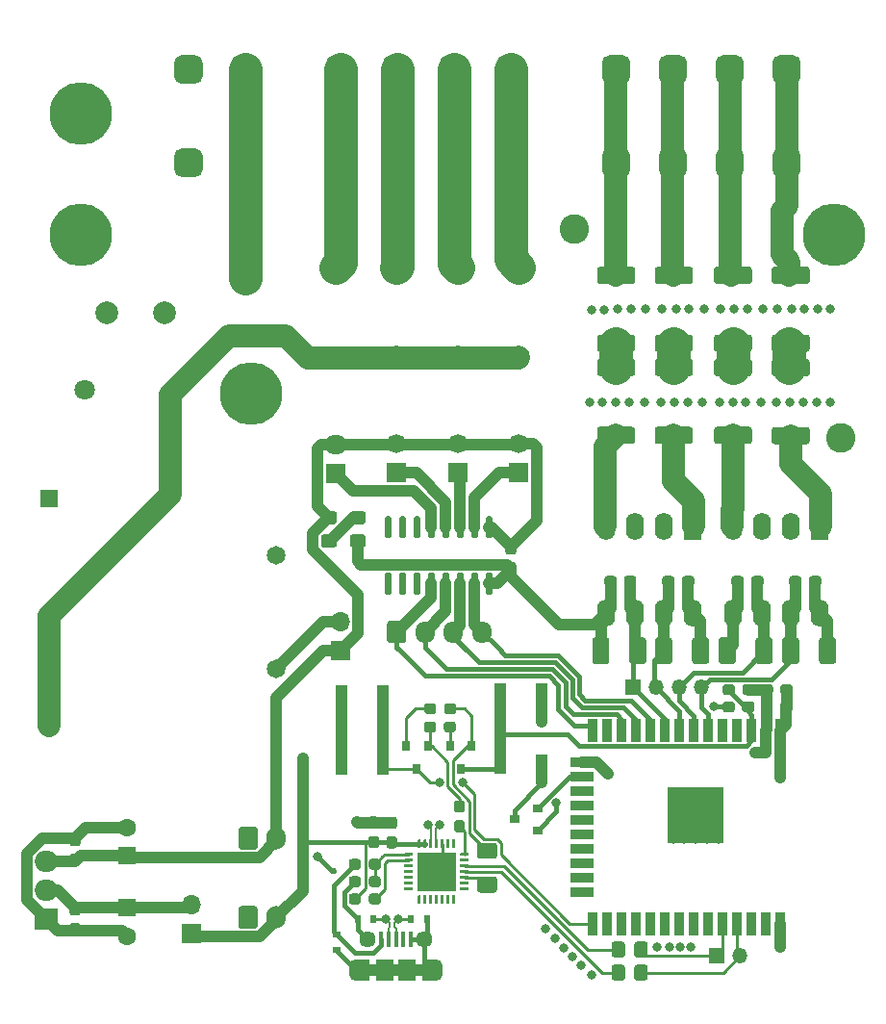
<source format=gbr>
G04 #@! TF.GenerationSoftware,KiCad,Pcbnew,(5.1.12)-1*
G04 #@! TF.CreationDate,2022-01-15T16:32:33-03:00*
G04 #@! TF.ProjectId,hamodule,68616d6f-6475-46c6-952e-6b696361645f,rev?*
G04 #@! TF.SameCoordinates,Original*
G04 #@! TF.FileFunction,Copper,L1,Top*
G04 #@! TF.FilePolarity,Positive*
%FSLAX46Y46*%
G04 Gerber Fmt 4.6, Leading zero omitted, Abs format (unit mm)*
G04 Created by KiCad (PCBNEW (5.1.12)-1) date 2022-01-15 16:32:33*
%MOMM*%
%LPD*%
G01*
G04 APERTURE LIST*
G04 #@! TA.AperFunction,ComponentPad*
%ADD10C,2.600000*%
G04 #@! TD*
G04 #@! TA.AperFunction,SMDPad,CuDef*
%ADD11R,3.350000X3.350000*%
G04 #@! TD*
G04 #@! TA.AperFunction,SMDPad,CuDef*
%ADD12R,0.450000X0.600000*%
G04 #@! TD*
G04 #@! TA.AperFunction,SMDPad,CuDef*
%ADD13R,0.900000X0.800000*%
G04 #@! TD*
G04 #@! TA.AperFunction,ComponentPad*
%ADD14O,1.350000X1.350000*%
G04 #@! TD*
G04 #@! TA.AperFunction,ComponentPad*
%ADD15R,1.350000X1.350000*%
G04 #@! TD*
G04 #@! TA.AperFunction,SMDPad,CuDef*
%ADD16R,1.500000X1.900000*%
G04 #@! TD*
G04 #@! TA.AperFunction,ComponentPad*
%ADD17C,1.450000*%
G04 #@! TD*
G04 #@! TA.AperFunction,SMDPad,CuDef*
%ADD18R,0.400000X1.350000*%
G04 #@! TD*
G04 #@! TA.AperFunction,ComponentPad*
%ADD19O,1.200000X1.900000*%
G04 #@! TD*
G04 #@! TA.AperFunction,SMDPad,CuDef*
%ADD20R,1.200000X1.900000*%
G04 #@! TD*
G04 #@! TA.AperFunction,SMDPad,CuDef*
%ADD21R,5.000000X5.000000*%
G04 #@! TD*
G04 #@! TA.AperFunction,SMDPad,CuDef*
%ADD22R,0.900000X2.000000*%
G04 #@! TD*
G04 #@! TA.AperFunction,SMDPad,CuDef*
%ADD23R,2.000000X0.900000*%
G04 #@! TD*
G04 #@! TA.AperFunction,ComponentPad*
%ADD24O,1.700000X1.950000*%
G04 #@! TD*
G04 #@! TA.AperFunction,SMDPad,CuDef*
%ADD25R,0.600000X0.700000*%
G04 #@! TD*
G04 #@! TA.AperFunction,SMDPad,CuDef*
%ADD26R,0.700000X0.600000*%
G04 #@! TD*
G04 #@! TA.AperFunction,SMDPad,CuDef*
%ADD27R,0.800000X0.900000*%
G04 #@! TD*
G04 #@! TA.AperFunction,SMDPad,CuDef*
%ADD28R,1.100000X1.800000*%
G04 #@! TD*
G04 #@! TA.AperFunction,ComponentPad*
%ADD29O,1.600000X2.400000*%
G04 #@! TD*
G04 #@! TA.AperFunction,ComponentPad*
%ADD30R,1.600000X2.400000*%
G04 #@! TD*
G04 #@! TA.AperFunction,ComponentPad*
%ADD31C,5.500000*%
G04 #@! TD*
G04 #@! TA.AperFunction,ComponentPad*
%ADD32R,1.700000X1.700000*%
G04 #@! TD*
G04 #@! TA.AperFunction,ComponentPad*
%ADD33O,1.950000X1.700000*%
G04 #@! TD*
G04 #@! TA.AperFunction,ComponentPad*
%ADD34C,2.000000*%
G04 #@! TD*
G04 #@! TA.AperFunction,ComponentPad*
%ADD35C,1.700000*%
G04 #@! TD*
G04 #@! TA.AperFunction,ComponentPad*
%ADD36C,1.600000*%
G04 #@! TD*
G04 #@! TA.AperFunction,ComponentPad*
%ADD37R,1.600000X1.600000*%
G04 #@! TD*
G04 #@! TA.AperFunction,ComponentPad*
%ADD38O,2.000000X1.905000*%
G04 #@! TD*
G04 #@! TA.AperFunction,ComponentPad*
%ADD39R,2.000000X1.905000*%
G04 #@! TD*
G04 #@! TA.AperFunction,ComponentPad*
%ADD40C,1.650000*%
G04 #@! TD*
G04 #@! TA.AperFunction,ComponentPad*
%ADD41R,1.650000X1.650000*%
G04 #@! TD*
G04 #@! TA.AperFunction,ComponentPad*
%ADD42O,1.700000X1.700000*%
G04 #@! TD*
G04 #@! TA.AperFunction,ComponentPad*
%ADD43O,1.700000X2.000000*%
G04 #@! TD*
G04 #@! TA.AperFunction,ComponentPad*
%ADD44C,1.800000*%
G04 #@! TD*
G04 #@! TA.AperFunction,ViaPad*
%ADD45C,0.800000*%
G04 #@! TD*
G04 #@! TA.AperFunction,Conductor*
%ADD46C,2.000000*%
G04 #@! TD*
G04 #@! TA.AperFunction,Conductor*
%ADD47C,1.000000*%
G04 #@! TD*
G04 #@! TA.AperFunction,Conductor*
%ADD48C,0.400000*%
G04 #@! TD*
G04 #@! TA.AperFunction,Conductor*
%ADD49C,0.250000*%
G04 #@! TD*
G04 #@! TA.AperFunction,Conductor*
%ADD50C,3.000000*%
G04 #@! TD*
G04 #@! TA.AperFunction,Conductor*
%ADD51C,0.200000*%
G04 #@! TD*
G04 APERTURE END LIST*
G04 #@! TA.AperFunction,SMDPad,CuDef*
G36*
G01*
X167408700Y-141845000D02*
X168658700Y-141845000D01*
G75*
G02*
X168908700Y-142095000I0J-250000D01*
G01*
X168908700Y-143020000D01*
G75*
G02*
X168658700Y-143270000I-250000J0D01*
G01*
X167408700Y-143270000D01*
G75*
G02*
X167158700Y-143020000I0J250000D01*
G01*
X167158700Y-142095000D01*
G75*
G02*
X167408700Y-141845000I250000J0D01*
G01*
G37*
G04 #@! TD.AperFunction*
G04 #@! TA.AperFunction,SMDPad,CuDef*
G36*
G01*
X167408700Y-138870000D02*
X168658700Y-138870000D01*
G75*
G02*
X168908700Y-139120000I0J-250000D01*
G01*
X168908700Y-140045000D01*
G75*
G02*
X168658700Y-140295000I-250000J0D01*
G01*
X167408700Y-140295000D01*
G75*
G02*
X167158700Y-140045000I0J250000D01*
G01*
X167158700Y-139120000D01*
G75*
G02*
X167408700Y-138870000I250000J0D01*
G01*
G37*
G04 #@! TD.AperFunction*
D10*
X175704500Y-84899500D03*
X199174100Y-103289100D03*
G04 #@! TA.AperFunction,SMDPad,CuDef*
G36*
G01*
X164254900Y-127326400D02*
X164254900Y-126851400D01*
G75*
G02*
X164492400Y-126613900I237500J0D01*
G01*
X165067400Y-126613900D01*
G75*
G02*
X165304900Y-126851400I0J-237500D01*
G01*
X165304900Y-127326400D01*
G75*
G02*
X165067400Y-127563900I-237500J0D01*
G01*
X164492400Y-127563900D01*
G75*
G02*
X164254900Y-127326400I0J237500D01*
G01*
G37*
G04 #@! TD.AperFunction*
G04 #@! TA.AperFunction,SMDPad,CuDef*
G36*
G01*
X162504900Y-127326400D02*
X162504900Y-126851400D01*
G75*
G02*
X162742400Y-126613900I237500J0D01*
G01*
X163317400Y-126613900D01*
G75*
G02*
X163554900Y-126851400I0J-237500D01*
G01*
X163554900Y-127326400D01*
G75*
G02*
X163317400Y-127563900I-237500J0D01*
G01*
X162742400Y-127563900D01*
G75*
G02*
X162504900Y-127326400I0J237500D01*
G01*
G37*
G04 #@! TD.AperFunction*
G04 #@! TA.AperFunction,SMDPad,CuDef*
G36*
G01*
X163532100Y-128463000D02*
X163532100Y-128938000D01*
G75*
G02*
X163294600Y-129175500I-237500J0D01*
G01*
X162719600Y-129175500D01*
G75*
G02*
X162482100Y-128938000I0J237500D01*
G01*
X162482100Y-128463000D01*
G75*
G02*
X162719600Y-128225500I237500J0D01*
G01*
X163294600Y-128225500D01*
G75*
G02*
X163532100Y-128463000I0J-237500D01*
G01*
G37*
G04 #@! TD.AperFunction*
G04 #@! TA.AperFunction,SMDPad,CuDef*
G36*
G01*
X165282100Y-128463000D02*
X165282100Y-128938000D01*
G75*
G02*
X165044600Y-129175500I-237500J0D01*
G01*
X164469600Y-129175500D01*
G75*
G02*
X164232100Y-128938000I0J237500D01*
G01*
X164232100Y-128463000D01*
G75*
G02*
X164469600Y-128225500I237500J0D01*
G01*
X165044600Y-128225500D01*
G75*
G02*
X165282100Y-128463000I0J-237500D01*
G01*
G37*
G04 #@! TD.AperFunction*
G04 #@! TA.AperFunction,SMDPad,CuDef*
G36*
G01*
X196358500Y-116125000D02*
X196358500Y-115650000D01*
G75*
G02*
X196596000Y-115412500I237500J0D01*
G01*
X197196000Y-115412500D01*
G75*
G02*
X197433500Y-115650000I0J-237500D01*
G01*
X197433500Y-116125000D01*
G75*
G02*
X197196000Y-116362500I-237500J0D01*
G01*
X196596000Y-116362500D01*
G75*
G02*
X196358500Y-116125000I0J237500D01*
G01*
G37*
G04 #@! TD.AperFunction*
G04 #@! TA.AperFunction,SMDPad,CuDef*
G36*
G01*
X194633500Y-116125000D02*
X194633500Y-115650000D01*
G75*
G02*
X194871000Y-115412500I237500J0D01*
G01*
X195471000Y-115412500D01*
G75*
G02*
X195708500Y-115650000I0J-237500D01*
G01*
X195708500Y-116125000D01*
G75*
G02*
X195471000Y-116362500I-237500J0D01*
G01*
X194871000Y-116362500D01*
G75*
G02*
X194633500Y-116125000I0J237500D01*
G01*
G37*
G04 #@! TD.AperFunction*
G04 #@! TA.AperFunction,SMDPad,CuDef*
G36*
G01*
X190628500Y-115650000D02*
X190628500Y-116125000D01*
G75*
G02*
X190391000Y-116362500I-237500J0D01*
G01*
X189791000Y-116362500D01*
G75*
G02*
X189553500Y-116125000I0J237500D01*
G01*
X189553500Y-115650000D01*
G75*
G02*
X189791000Y-115412500I237500J0D01*
G01*
X190391000Y-115412500D01*
G75*
G02*
X190628500Y-115650000I0J-237500D01*
G01*
G37*
G04 #@! TD.AperFunction*
G04 #@! TA.AperFunction,SMDPad,CuDef*
G36*
G01*
X192353500Y-115650000D02*
X192353500Y-116125000D01*
G75*
G02*
X192116000Y-116362500I-237500J0D01*
G01*
X191516000Y-116362500D01*
G75*
G02*
X191278500Y-116125000I0J237500D01*
G01*
X191278500Y-115650000D01*
G75*
G02*
X191516000Y-115412500I237500J0D01*
G01*
X192116000Y-115412500D01*
G75*
G02*
X192353500Y-115650000I0J-237500D01*
G01*
G37*
G04 #@! TD.AperFunction*
G04 #@! TA.AperFunction,SMDPad,CuDef*
G36*
G01*
X185182500Y-116125000D02*
X185182500Y-115650000D01*
G75*
G02*
X185420000Y-115412500I237500J0D01*
G01*
X186020000Y-115412500D01*
G75*
G02*
X186257500Y-115650000I0J-237500D01*
G01*
X186257500Y-116125000D01*
G75*
G02*
X186020000Y-116362500I-237500J0D01*
G01*
X185420000Y-116362500D01*
G75*
G02*
X185182500Y-116125000I0J237500D01*
G01*
G37*
G04 #@! TD.AperFunction*
G04 #@! TA.AperFunction,SMDPad,CuDef*
G36*
G01*
X183457500Y-116125000D02*
X183457500Y-115650000D01*
G75*
G02*
X183695000Y-115412500I237500J0D01*
G01*
X184295000Y-115412500D01*
G75*
G02*
X184532500Y-115650000I0J-237500D01*
G01*
X184532500Y-116125000D01*
G75*
G02*
X184295000Y-116362500I-237500J0D01*
G01*
X183695000Y-116362500D01*
G75*
G02*
X183457500Y-116125000I0J237500D01*
G01*
G37*
G04 #@! TD.AperFunction*
G04 #@! TA.AperFunction,SMDPad,CuDef*
G36*
G01*
X179434500Y-115650000D02*
X179434500Y-116125000D01*
G75*
G02*
X179197000Y-116362500I-237500J0D01*
G01*
X178597000Y-116362500D01*
G75*
G02*
X178359500Y-116125000I0J237500D01*
G01*
X178359500Y-115650000D01*
G75*
G02*
X178597000Y-115412500I237500J0D01*
G01*
X179197000Y-115412500D01*
G75*
G02*
X179434500Y-115650000I0J-237500D01*
G01*
G37*
G04 #@! TD.AperFunction*
G04 #@! TA.AperFunction,SMDPad,CuDef*
G36*
G01*
X181159500Y-115650000D02*
X181159500Y-116125000D01*
G75*
G02*
X180922000Y-116362500I-237500J0D01*
G01*
X180322000Y-116362500D01*
G75*
G02*
X180084500Y-116125000I0J237500D01*
G01*
X180084500Y-115650000D01*
G75*
G02*
X180322000Y-115412500I237500J0D01*
G01*
X180922000Y-115412500D01*
G75*
G02*
X181159500Y-115650000I0J-237500D01*
G01*
G37*
G04 #@! TD.AperFunction*
G04 #@! TA.AperFunction,SMDPad,CuDef*
G36*
G01*
X131525000Y-145939500D02*
X132000000Y-145939500D01*
G75*
G02*
X132237500Y-146177000I0J-237500D01*
G01*
X132237500Y-146777000D01*
G75*
G02*
X132000000Y-147014500I-237500J0D01*
G01*
X131525000Y-147014500D01*
G75*
G02*
X131287500Y-146777000I0J237500D01*
G01*
X131287500Y-146177000D01*
G75*
G02*
X131525000Y-145939500I237500J0D01*
G01*
G37*
G04 #@! TD.AperFunction*
G04 #@! TA.AperFunction,SMDPad,CuDef*
G36*
G01*
X131525000Y-144214500D02*
X132000000Y-144214500D01*
G75*
G02*
X132237500Y-144452000I0J-237500D01*
G01*
X132237500Y-145052000D01*
G75*
G02*
X132000000Y-145289500I-237500J0D01*
G01*
X131525000Y-145289500D01*
G75*
G02*
X131287500Y-145052000I0J237500D01*
G01*
X131287500Y-144452000D01*
G75*
G02*
X131525000Y-144214500I237500J0D01*
G01*
G37*
G04 #@! TD.AperFunction*
G04 #@! TA.AperFunction,SMDPad,CuDef*
G36*
G01*
X132000000Y-139193500D02*
X131525000Y-139193500D01*
G75*
G02*
X131287500Y-138956000I0J237500D01*
G01*
X131287500Y-138356000D01*
G75*
G02*
X131525000Y-138118500I237500J0D01*
G01*
X132000000Y-138118500D01*
G75*
G02*
X132237500Y-138356000I0J-237500D01*
G01*
X132237500Y-138956000D01*
G75*
G02*
X132000000Y-139193500I-237500J0D01*
G01*
G37*
G04 #@! TD.AperFunction*
G04 #@! TA.AperFunction,SMDPad,CuDef*
G36*
G01*
X132000000Y-140918500D02*
X131525000Y-140918500D01*
G75*
G02*
X131287500Y-140681000I0J237500D01*
G01*
X131287500Y-140081000D01*
G75*
G02*
X131525000Y-139843500I237500J0D01*
G01*
X132000000Y-139843500D01*
G75*
G02*
X132237500Y-140081000I0J-237500D01*
G01*
X132237500Y-140681000D01*
G75*
G02*
X132000000Y-140918500I-237500J0D01*
G01*
G37*
G04 #@! TD.AperFunction*
G04 #@! TA.AperFunction,SMDPad,CuDef*
G36*
G01*
X169879000Y-114189500D02*
X170354000Y-114189500D01*
G75*
G02*
X170591500Y-114427000I0J-237500D01*
G01*
X170591500Y-115027000D01*
G75*
G02*
X170354000Y-115264500I-237500J0D01*
G01*
X169879000Y-115264500D01*
G75*
G02*
X169641500Y-115027000I0J237500D01*
G01*
X169641500Y-114427000D01*
G75*
G02*
X169879000Y-114189500I237500J0D01*
G01*
G37*
G04 #@! TD.AperFunction*
G04 #@! TA.AperFunction,SMDPad,CuDef*
G36*
G01*
X169879000Y-112464500D02*
X170354000Y-112464500D01*
G75*
G02*
X170591500Y-112702000I0J-237500D01*
G01*
X170591500Y-113302000D01*
G75*
G02*
X170354000Y-113539500I-237500J0D01*
G01*
X169879000Y-113539500D01*
G75*
G02*
X169641500Y-113302000I0J237500D01*
G01*
X169641500Y-112702000D01*
G75*
G02*
X169879000Y-112464500I237500J0D01*
G01*
G37*
G04 #@! TD.AperFunction*
G04 #@! TA.AperFunction,SMDPad,CuDef*
G36*
G01*
X189831000Y-126699000D02*
X189831000Y-127174000D01*
G75*
G02*
X189593500Y-127411500I-237500J0D01*
G01*
X188993500Y-127411500D01*
G75*
G02*
X188756000Y-127174000I0J237500D01*
G01*
X188756000Y-126699000D01*
G75*
G02*
X188993500Y-126461500I237500J0D01*
G01*
X189593500Y-126461500D01*
G75*
G02*
X189831000Y-126699000I0J-237500D01*
G01*
G37*
G04 #@! TD.AperFunction*
G04 #@! TA.AperFunction,SMDPad,CuDef*
G36*
G01*
X191556000Y-126699000D02*
X191556000Y-127174000D01*
G75*
G02*
X191318500Y-127411500I-237500J0D01*
G01*
X190718500Y-127411500D01*
G75*
G02*
X190481000Y-127174000I0J237500D01*
G01*
X190481000Y-126699000D01*
G75*
G02*
X190718500Y-126461500I237500J0D01*
G01*
X191318500Y-126461500D01*
G75*
G02*
X191556000Y-126699000I0J-237500D01*
G01*
G37*
G04 #@! TD.AperFunction*
G04 #@! TA.AperFunction,SMDPad,CuDef*
G36*
G01*
X193836000Y-127174000D02*
X193836000Y-126699000D01*
G75*
G02*
X194073500Y-126461500I237500J0D01*
G01*
X194673500Y-126461500D01*
G75*
G02*
X194911000Y-126699000I0J-237500D01*
G01*
X194911000Y-127174000D01*
G75*
G02*
X194673500Y-127411500I-237500J0D01*
G01*
X194073500Y-127411500D01*
G75*
G02*
X193836000Y-127174000I0J237500D01*
G01*
G37*
G04 #@! TD.AperFunction*
G04 #@! TA.AperFunction,SMDPad,CuDef*
G36*
G01*
X192111000Y-127174000D02*
X192111000Y-126699000D01*
G75*
G02*
X192348500Y-126461500I237500J0D01*
G01*
X192948500Y-126461500D01*
G75*
G02*
X193186000Y-126699000I0J-237500D01*
G01*
X193186000Y-127174000D01*
G75*
G02*
X192948500Y-127411500I-237500J0D01*
G01*
X192348500Y-127411500D01*
G75*
G02*
X192111000Y-127174000I0J237500D01*
G01*
G37*
G04 #@! TD.AperFunction*
G04 #@! TA.AperFunction,SMDPad,CuDef*
G36*
G01*
X158289000Y-137648900D02*
X157814000Y-137648900D01*
G75*
G02*
X157576500Y-137411400I0J237500D01*
G01*
X157576500Y-136811400D01*
G75*
G02*
X157814000Y-136573900I237500J0D01*
G01*
X158289000Y-136573900D01*
G75*
G02*
X158526500Y-136811400I0J-237500D01*
G01*
X158526500Y-137411400D01*
G75*
G02*
X158289000Y-137648900I-237500J0D01*
G01*
G37*
G04 #@! TD.AperFunction*
G04 #@! TA.AperFunction,SMDPad,CuDef*
G36*
G01*
X158289000Y-139373900D02*
X157814000Y-139373900D01*
G75*
G02*
X157576500Y-139136400I0J237500D01*
G01*
X157576500Y-138536400D01*
G75*
G02*
X157814000Y-138298900I237500J0D01*
G01*
X158289000Y-138298900D01*
G75*
G02*
X158526500Y-138536400I0J-237500D01*
G01*
X158526500Y-139136400D01*
G75*
G02*
X158289000Y-139373900I-237500J0D01*
G01*
G37*
G04 #@! TD.AperFunction*
D11*
X163576000Y-141414500D03*
G04 #@! TA.AperFunction,SMDPad,CuDef*
G36*
G01*
X165688500Y-139789500D02*
X166363500Y-139789500D01*
G75*
G02*
X166426000Y-139852000I0J-62500D01*
G01*
X166426000Y-139977000D01*
G75*
G02*
X166363500Y-140039500I-62500J0D01*
G01*
X165688500Y-140039500D01*
G75*
G02*
X165626000Y-139977000I0J62500D01*
G01*
X165626000Y-139852000D01*
G75*
G02*
X165688500Y-139789500I62500J0D01*
G01*
G37*
G04 #@! TD.AperFunction*
G04 #@! TA.AperFunction,SMDPad,CuDef*
G36*
G01*
X165688500Y-140289500D02*
X166363500Y-140289500D01*
G75*
G02*
X166426000Y-140352000I0J-62500D01*
G01*
X166426000Y-140477000D01*
G75*
G02*
X166363500Y-140539500I-62500J0D01*
G01*
X165688500Y-140539500D01*
G75*
G02*
X165626000Y-140477000I0J62500D01*
G01*
X165626000Y-140352000D01*
G75*
G02*
X165688500Y-140289500I62500J0D01*
G01*
G37*
G04 #@! TD.AperFunction*
G04 #@! TA.AperFunction,SMDPad,CuDef*
G36*
G01*
X165688500Y-140789500D02*
X166363500Y-140789500D01*
G75*
G02*
X166426000Y-140852000I0J-62500D01*
G01*
X166426000Y-140977000D01*
G75*
G02*
X166363500Y-141039500I-62500J0D01*
G01*
X165688500Y-141039500D01*
G75*
G02*
X165626000Y-140977000I0J62500D01*
G01*
X165626000Y-140852000D01*
G75*
G02*
X165688500Y-140789500I62500J0D01*
G01*
G37*
G04 #@! TD.AperFunction*
G04 #@! TA.AperFunction,SMDPad,CuDef*
G36*
G01*
X165688500Y-141289500D02*
X166363500Y-141289500D01*
G75*
G02*
X166426000Y-141352000I0J-62500D01*
G01*
X166426000Y-141477000D01*
G75*
G02*
X166363500Y-141539500I-62500J0D01*
G01*
X165688500Y-141539500D01*
G75*
G02*
X165626000Y-141477000I0J62500D01*
G01*
X165626000Y-141352000D01*
G75*
G02*
X165688500Y-141289500I62500J0D01*
G01*
G37*
G04 #@! TD.AperFunction*
G04 #@! TA.AperFunction,SMDPad,CuDef*
G36*
G01*
X165688500Y-141789500D02*
X166363500Y-141789500D01*
G75*
G02*
X166426000Y-141852000I0J-62500D01*
G01*
X166426000Y-141977000D01*
G75*
G02*
X166363500Y-142039500I-62500J0D01*
G01*
X165688500Y-142039500D01*
G75*
G02*
X165626000Y-141977000I0J62500D01*
G01*
X165626000Y-141852000D01*
G75*
G02*
X165688500Y-141789500I62500J0D01*
G01*
G37*
G04 #@! TD.AperFunction*
G04 #@! TA.AperFunction,SMDPad,CuDef*
G36*
G01*
X165688500Y-142289500D02*
X166363500Y-142289500D01*
G75*
G02*
X166426000Y-142352000I0J-62500D01*
G01*
X166426000Y-142477000D01*
G75*
G02*
X166363500Y-142539500I-62500J0D01*
G01*
X165688500Y-142539500D01*
G75*
G02*
X165626000Y-142477000I0J62500D01*
G01*
X165626000Y-142352000D01*
G75*
G02*
X165688500Y-142289500I62500J0D01*
G01*
G37*
G04 #@! TD.AperFunction*
G04 #@! TA.AperFunction,SMDPad,CuDef*
G36*
G01*
X165688500Y-142789500D02*
X166363500Y-142789500D01*
G75*
G02*
X166426000Y-142852000I0J-62500D01*
G01*
X166426000Y-142977000D01*
G75*
G02*
X166363500Y-143039500I-62500J0D01*
G01*
X165688500Y-143039500D01*
G75*
G02*
X165626000Y-142977000I0J62500D01*
G01*
X165626000Y-142852000D01*
G75*
G02*
X165688500Y-142789500I62500J0D01*
G01*
G37*
G04 #@! TD.AperFunction*
G04 #@! TA.AperFunction,SMDPad,CuDef*
G36*
G01*
X165013500Y-143464500D02*
X165138500Y-143464500D01*
G75*
G02*
X165201000Y-143527000I0J-62500D01*
G01*
X165201000Y-144202000D01*
G75*
G02*
X165138500Y-144264500I-62500J0D01*
G01*
X165013500Y-144264500D01*
G75*
G02*
X164951000Y-144202000I0J62500D01*
G01*
X164951000Y-143527000D01*
G75*
G02*
X165013500Y-143464500I62500J0D01*
G01*
G37*
G04 #@! TD.AperFunction*
G04 #@! TA.AperFunction,SMDPad,CuDef*
G36*
G01*
X164513500Y-143464500D02*
X164638500Y-143464500D01*
G75*
G02*
X164701000Y-143527000I0J-62500D01*
G01*
X164701000Y-144202000D01*
G75*
G02*
X164638500Y-144264500I-62500J0D01*
G01*
X164513500Y-144264500D01*
G75*
G02*
X164451000Y-144202000I0J62500D01*
G01*
X164451000Y-143527000D01*
G75*
G02*
X164513500Y-143464500I62500J0D01*
G01*
G37*
G04 #@! TD.AperFunction*
G04 #@! TA.AperFunction,SMDPad,CuDef*
G36*
G01*
X164013500Y-143464500D02*
X164138500Y-143464500D01*
G75*
G02*
X164201000Y-143527000I0J-62500D01*
G01*
X164201000Y-144202000D01*
G75*
G02*
X164138500Y-144264500I-62500J0D01*
G01*
X164013500Y-144264500D01*
G75*
G02*
X163951000Y-144202000I0J62500D01*
G01*
X163951000Y-143527000D01*
G75*
G02*
X164013500Y-143464500I62500J0D01*
G01*
G37*
G04 #@! TD.AperFunction*
G04 #@! TA.AperFunction,SMDPad,CuDef*
G36*
G01*
X163513500Y-143464500D02*
X163638500Y-143464500D01*
G75*
G02*
X163701000Y-143527000I0J-62500D01*
G01*
X163701000Y-144202000D01*
G75*
G02*
X163638500Y-144264500I-62500J0D01*
G01*
X163513500Y-144264500D01*
G75*
G02*
X163451000Y-144202000I0J62500D01*
G01*
X163451000Y-143527000D01*
G75*
G02*
X163513500Y-143464500I62500J0D01*
G01*
G37*
G04 #@! TD.AperFunction*
G04 #@! TA.AperFunction,SMDPad,CuDef*
G36*
G01*
X163013500Y-143464500D02*
X163138500Y-143464500D01*
G75*
G02*
X163201000Y-143527000I0J-62500D01*
G01*
X163201000Y-144202000D01*
G75*
G02*
X163138500Y-144264500I-62500J0D01*
G01*
X163013500Y-144264500D01*
G75*
G02*
X162951000Y-144202000I0J62500D01*
G01*
X162951000Y-143527000D01*
G75*
G02*
X163013500Y-143464500I62500J0D01*
G01*
G37*
G04 #@! TD.AperFunction*
G04 #@! TA.AperFunction,SMDPad,CuDef*
G36*
G01*
X162513500Y-143464500D02*
X162638500Y-143464500D01*
G75*
G02*
X162701000Y-143527000I0J-62500D01*
G01*
X162701000Y-144202000D01*
G75*
G02*
X162638500Y-144264500I-62500J0D01*
G01*
X162513500Y-144264500D01*
G75*
G02*
X162451000Y-144202000I0J62500D01*
G01*
X162451000Y-143527000D01*
G75*
G02*
X162513500Y-143464500I62500J0D01*
G01*
G37*
G04 #@! TD.AperFunction*
G04 #@! TA.AperFunction,SMDPad,CuDef*
G36*
G01*
X162013500Y-143464500D02*
X162138500Y-143464500D01*
G75*
G02*
X162201000Y-143527000I0J-62500D01*
G01*
X162201000Y-144202000D01*
G75*
G02*
X162138500Y-144264500I-62500J0D01*
G01*
X162013500Y-144264500D01*
G75*
G02*
X161951000Y-144202000I0J62500D01*
G01*
X161951000Y-143527000D01*
G75*
G02*
X162013500Y-143464500I62500J0D01*
G01*
G37*
G04 #@! TD.AperFunction*
G04 #@! TA.AperFunction,SMDPad,CuDef*
G36*
G01*
X160788500Y-142789500D02*
X161463500Y-142789500D01*
G75*
G02*
X161526000Y-142852000I0J-62500D01*
G01*
X161526000Y-142977000D01*
G75*
G02*
X161463500Y-143039500I-62500J0D01*
G01*
X160788500Y-143039500D01*
G75*
G02*
X160726000Y-142977000I0J62500D01*
G01*
X160726000Y-142852000D01*
G75*
G02*
X160788500Y-142789500I62500J0D01*
G01*
G37*
G04 #@! TD.AperFunction*
G04 #@! TA.AperFunction,SMDPad,CuDef*
G36*
G01*
X160788500Y-142289500D02*
X161463500Y-142289500D01*
G75*
G02*
X161526000Y-142352000I0J-62500D01*
G01*
X161526000Y-142477000D01*
G75*
G02*
X161463500Y-142539500I-62500J0D01*
G01*
X160788500Y-142539500D01*
G75*
G02*
X160726000Y-142477000I0J62500D01*
G01*
X160726000Y-142352000D01*
G75*
G02*
X160788500Y-142289500I62500J0D01*
G01*
G37*
G04 #@! TD.AperFunction*
G04 #@! TA.AperFunction,SMDPad,CuDef*
G36*
G01*
X160788500Y-141789500D02*
X161463500Y-141789500D01*
G75*
G02*
X161526000Y-141852000I0J-62500D01*
G01*
X161526000Y-141977000D01*
G75*
G02*
X161463500Y-142039500I-62500J0D01*
G01*
X160788500Y-142039500D01*
G75*
G02*
X160726000Y-141977000I0J62500D01*
G01*
X160726000Y-141852000D01*
G75*
G02*
X160788500Y-141789500I62500J0D01*
G01*
G37*
G04 #@! TD.AperFunction*
G04 #@! TA.AperFunction,SMDPad,CuDef*
G36*
G01*
X160788500Y-141289500D02*
X161463500Y-141289500D01*
G75*
G02*
X161526000Y-141352000I0J-62500D01*
G01*
X161526000Y-141477000D01*
G75*
G02*
X161463500Y-141539500I-62500J0D01*
G01*
X160788500Y-141539500D01*
G75*
G02*
X160726000Y-141477000I0J62500D01*
G01*
X160726000Y-141352000D01*
G75*
G02*
X160788500Y-141289500I62500J0D01*
G01*
G37*
G04 #@! TD.AperFunction*
G04 #@! TA.AperFunction,SMDPad,CuDef*
G36*
G01*
X160788500Y-140789500D02*
X161463500Y-140789500D01*
G75*
G02*
X161526000Y-140852000I0J-62500D01*
G01*
X161526000Y-140977000D01*
G75*
G02*
X161463500Y-141039500I-62500J0D01*
G01*
X160788500Y-141039500D01*
G75*
G02*
X160726000Y-140977000I0J62500D01*
G01*
X160726000Y-140852000D01*
G75*
G02*
X160788500Y-140789500I62500J0D01*
G01*
G37*
G04 #@! TD.AperFunction*
G04 #@! TA.AperFunction,SMDPad,CuDef*
G36*
G01*
X160788500Y-140289500D02*
X161463500Y-140289500D01*
G75*
G02*
X161526000Y-140352000I0J-62500D01*
G01*
X161526000Y-140477000D01*
G75*
G02*
X161463500Y-140539500I-62500J0D01*
G01*
X160788500Y-140539500D01*
G75*
G02*
X160726000Y-140477000I0J62500D01*
G01*
X160726000Y-140352000D01*
G75*
G02*
X160788500Y-140289500I62500J0D01*
G01*
G37*
G04 #@! TD.AperFunction*
G04 #@! TA.AperFunction,SMDPad,CuDef*
G36*
G01*
X160788500Y-139789500D02*
X161463500Y-139789500D01*
G75*
G02*
X161526000Y-139852000I0J-62500D01*
G01*
X161526000Y-139977000D01*
G75*
G02*
X161463500Y-140039500I-62500J0D01*
G01*
X160788500Y-140039500D01*
G75*
G02*
X160726000Y-139977000I0J62500D01*
G01*
X160726000Y-139852000D01*
G75*
G02*
X160788500Y-139789500I62500J0D01*
G01*
G37*
G04 #@! TD.AperFunction*
G04 #@! TA.AperFunction,SMDPad,CuDef*
G36*
G01*
X162013500Y-138564500D02*
X162138500Y-138564500D01*
G75*
G02*
X162201000Y-138627000I0J-62500D01*
G01*
X162201000Y-139302000D01*
G75*
G02*
X162138500Y-139364500I-62500J0D01*
G01*
X162013500Y-139364500D01*
G75*
G02*
X161951000Y-139302000I0J62500D01*
G01*
X161951000Y-138627000D01*
G75*
G02*
X162013500Y-138564500I62500J0D01*
G01*
G37*
G04 #@! TD.AperFunction*
G04 #@! TA.AperFunction,SMDPad,CuDef*
G36*
G01*
X162513500Y-138564500D02*
X162638500Y-138564500D01*
G75*
G02*
X162701000Y-138627000I0J-62500D01*
G01*
X162701000Y-139302000D01*
G75*
G02*
X162638500Y-139364500I-62500J0D01*
G01*
X162513500Y-139364500D01*
G75*
G02*
X162451000Y-139302000I0J62500D01*
G01*
X162451000Y-138627000D01*
G75*
G02*
X162513500Y-138564500I62500J0D01*
G01*
G37*
G04 #@! TD.AperFunction*
G04 #@! TA.AperFunction,SMDPad,CuDef*
G36*
G01*
X163013500Y-138564500D02*
X163138500Y-138564500D01*
G75*
G02*
X163201000Y-138627000I0J-62500D01*
G01*
X163201000Y-139302000D01*
G75*
G02*
X163138500Y-139364500I-62500J0D01*
G01*
X163013500Y-139364500D01*
G75*
G02*
X162951000Y-139302000I0J62500D01*
G01*
X162951000Y-138627000D01*
G75*
G02*
X163013500Y-138564500I62500J0D01*
G01*
G37*
G04 #@! TD.AperFunction*
G04 #@! TA.AperFunction,SMDPad,CuDef*
G36*
G01*
X163513500Y-138564500D02*
X163638500Y-138564500D01*
G75*
G02*
X163701000Y-138627000I0J-62500D01*
G01*
X163701000Y-139302000D01*
G75*
G02*
X163638500Y-139364500I-62500J0D01*
G01*
X163513500Y-139364500D01*
G75*
G02*
X163451000Y-139302000I0J62500D01*
G01*
X163451000Y-138627000D01*
G75*
G02*
X163513500Y-138564500I62500J0D01*
G01*
G37*
G04 #@! TD.AperFunction*
G04 #@! TA.AperFunction,SMDPad,CuDef*
G36*
G01*
X164013500Y-138564500D02*
X164138500Y-138564500D01*
G75*
G02*
X164201000Y-138627000I0J-62500D01*
G01*
X164201000Y-139302000D01*
G75*
G02*
X164138500Y-139364500I-62500J0D01*
G01*
X164013500Y-139364500D01*
G75*
G02*
X163951000Y-139302000I0J62500D01*
G01*
X163951000Y-138627000D01*
G75*
G02*
X164013500Y-138564500I62500J0D01*
G01*
G37*
G04 #@! TD.AperFunction*
G04 #@! TA.AperFunction,SMDPad,CuDef*
G36*
G01*
X164513500Y-138564500D02*
X164638500Y-138564500D01*
G75*
G02*
X164701000Y-138627000I0J-62500D01*
G01*
X164701000Y-139302000D01*
G75*
G02*
X164638500Y-139364500I-62500J0D01*
G01*
X164513500Y-139364500D01*
G75*
G02*
X164451000Y-139302000I0J62500D01*
G01*
X164451000Y-138627000D01*
G75*
G02*
X164513500Y-138564500I62500J0D01*
G01*
G37*
G04 #@! TD.AperFunction*
G04 #@! TA.AperFunction,SMDPad,CuDef*
G36*
G01*
X165013500Y-138564500D02*
X165138500Y-138564500D01*
G75*
G02*
X165201000Y-138627000I0J-62500D01*
G01*
X165201000Y-139302000D01*
G75*
G02*
X165138500Y-139364500I-62500J0D01*
G01*
X165013500Y-139364500D01*
G75*
G02*
X164951000Y-139302000I0J62500D01*
G01*
X164951000Y-138627000D01*
G75*
G02*
X165013500Y-138564500I62500J0D01*
G01*
G37*
G04 #@! TD.AperFunction*
G04 #@! TA.AperFunction,SMDPad,CuDef*
G36*
G01*
X180178000Y-147822499D02*
X180178000Y-148722501D01*
G75*
G02*
X179928001Y-148972500I-249999J0D01*
G01*
X179227999Y-148972500D01*
G75*
G02*
X178978000Y-148722501I0J249999D01*
G01*
X178978000Y-147822499D01*
G75*
G02*
X179227999Y-147572500I249999J0D01*
G01*
X179928001Y-147572500D01*
G75*
G02*
X180178000Y-147822499I0J-249999D01*
G01*
G37*
G04 #@! TD.AperFunction*
G04 #@! TA.AperFunction,SMDPad,CuDef*
G36*
G01*
X182178000Y-147822499D02*
X182178000Y-148722501D01*
G75*
G02*
X181928001Y-148972500I-249999J0D01*
G01*
X181227999Y-148972500D01*
G75*
G02*
X180978000Y-148722501I0J249999D01*
G01*
X180978000Y-147822499D01*
G75*
G02*
X181227999Y-147572500I249999J0D01*
G01*
X181928001Y-147572500D01*
G75*
G02*
X182178000Y-147822499I0J-249999D01*
G01*
G37*
G04 #@! TD.AperFunction*
G04 #@! TA.AperFunction,SMDPad,CuDef*
G36*
G01*
X180178000Y-149854499D02*
X180178000Y-150754501D01*
G75*
G02*
X179928001Y-151004500I-249999J0D01*
G01*
X179227999Y-151004500D01*
G75*
G02*
X178978000Y-150754501I0J249999D01*
G01*
X178978000Y-149854499D01*
G75*
G02*
X179227999Y-149604500I249999J0D01*
G01*
X179928001Y-149604500D01*
G75*
G02*
X180178000Y-149854499I0J-249999D01*
G01*
G37*
G04 #@! TD.AperFunction*
G04 #@! TA.AperFunction,SMDPad,CuDef*
G36*
G01*
X182178000Y-149854499D02*
X182178000Y-150754501D01*
G75*
G02*
X181928001Y-151004500I-249999J0D01*
G01*
X181227999Y-151004500D01*
G75*
G02*
X180978000Y-150754501I0J249999D01*
G01*
X180978000Y-149854499D01*
G75*
G02*
X181227999Y-149604500I249999J0D01*
G01*
X181928001Y-149604500D01*
G75*
G02*
X182178000Y-149854499I0J-249999D01*
G01*
G37*
G04 #@! TD.AperFunction*
G04 #@! TA.AperFunction,SMDPad,CuDef*
G36*
G01*
X177962499Y-102286000D02*
X180812501Y-102286000D01*
G75*
G02*
X181062500Y-102535999I0J-249999D01*
G01*
X181062500Y-103561001D01*
G75*
G02*
X180812501Y-103811000I-249999J0D01*
G01*
X177962499Y-103811000D01*
G75*
G02*
X177712500Y-103561001I0J249999D01*
G01*
X177712500Y-102535999D01*
G75*
G02*
X177962499Y-102286000I249999J0D01*
G01*
G37*
G04 #@! TD.AperFunction*
G04 #@! TA.AperFunction,SMDPad,CuDef*
G36*
G01*
X177962499Y-96311000D02*
X180812501Y-96311000D01*
G75*
G02*
X181062500Y-96560999I0J-249999D01*
G01*
X181062500Y-97586001D01*
G75*
G02*
X180812501Y-97836000I-249999J0D01*
G01*
X177962499Y-97836000D01*
G75*
G02*
X177712500Y-97586001I0J249999D01*
G01*
X177712500Y-96560999D01*
G75*
G02*
X177962499Y-96311000I249999J0D01*
G01*
G37*
G04 #@! TD.AperFunction*
D12*
X154559000Y-143446500D03*
X154559000Y-141346500D03*
G04 #@! TA.AperFunction,SMDPad,CuDef*
G36*
G01*
X165357800Y-136901700D02*
X165832800Y-136901700D01*
G75*
G02*
X166070300Y-137139200I0J-237500D01*
G01*
X166070300Y-137714200D01*
G75*
G02*
X165832800Y-137951700I-237500J0D01*
G01*
X165357800Y-137951700D01*
G75*
G02*
X165120300Y-137714200I0J237500D01*
G01*
X165120300Y-137139200D01*
G75*
G02*
X165357800Y-136901700I237500J0D01*
G01*
G37*
G04 #@! TD.AperFunction*
G04 #@! TA.AperFunction,SMDPad,CuDef*
G36*
G01*
X165357800Y-135151700D02*
X165832800Y-135151700D01*
G75*
G02*
X166070300Y-135389200I0J-237500D01*
G01*
X166070300Y-135964200D01*
G75*
G02*
X165832800Y-136201700I-237500J0D01*
G01*
X165357800Y-136201700D01*
G75*
G02*
X165120300Y-135964200I0J237500D01*
G01*
X165120300Y-135389200D01*
G75*
G02*
X165357800Y-135151700I237500J0D01*
G01*
G37*
G04 #@! TD.AperFunction*
G04 #@! TA.AperFunction,SMDPad,CuDef*
G36*
G01*
X156925500Y-142066000D02*
X156925500Y-142541000D01*
G75*
G02*
X156688000Y-142778500I-237500J0D01*
G01*
X156113000Y-142778500D01*
G75*
G02*
X155875500Y-142541000I0J237500D01*
G01*
X155875500Y-142066000D01*
G75*
G02*
X156113000Y-141828500I237500J0D01*
G01*
X156688000Y-141828500D01*
G75*
G02*
X156925500Y-142066000I0J-237500D01*
G01*
G37*
G04 #@! TD.AperFunction*
G04 #@! TA.AperFunction,SMDPad,CuDef*
G36*
G01*
X158675500Y-142066000D02*
X158675500Y-142541000D01*
G75*
G02*
X158438000Y-142778500I-237500J0D01*
G01*
X157863000Y-142778500D01*
G75*
G02*
X157625500Y-142541000I0J237500D01*
G01*
X157625500Y-142066000D01*
G75*
G02*
X157863000Y-141828500I237500J0D01*
G01*
X158438000Y-141828500D01*
G75*
G02*
X158675500Y-142066000I0J-237500D01*
G01*
G37*
G04 #@! TD.AperFunction*
G04 #@! TA.AperFunction,SMDPad,CuDef*
G36*
G01*
X157625500Y-141017000D02*
X157625500Y-140542000D01*
G75*
G02*
X157863000Y-140304500I237500J0D01*
G01*
X158438000Y-140304500D01*
G75*
G02*
X158675500Y-140542000I0J-237500D01*
G01*
X158675500Y-141017000D01*
G75*
G02*
X158438000Y-141254500I-237500J0D01*
G01*
X157863000Y-141254500D01*
G75*
G02*
X157625500Y-141017000I0J237500D01*
G01*
G37*
G04 #@! TD.AperFunction*
G04 #@! TA.AperFunction,SMDPad,CuDef*
G36*
G01*
X155875500Y-141017000D02*
X155875500Y-140542000D01*
G75*
G02*
X156113000Y-140304500I237500J0D01*
G01*
X156688000Y-140304500D01*
G75*
G02*
X156925500Y-140542000I0J-237500D01*
G01*
X156925500Y-141017000D01*
G75*
G02*
X156688000Y-141254500I-237500J0D01*
G01*
X156113000Y-141254500D01*
G75*
G02*
X155875500Y-141017000I0J237500D01*
G01*
G37*
G04 #@! TD.AperFunction*
G04 #@! TA.AperFunction,SMDPad,CuDef*
G36*
G01*
X156925500Y-143590000D02*
X156925500Y-144065000D01*
G75*
G02*
X156688000Y-144302500I-237500J0D01*
G01*
X156113000Y-144302500D01*
G75*
G02*
X155875500Y-144065000I0J237500D01*
G01*
X155875500Y-143590000D01*
G75*
G02*
X156113000Y-143352500I237500J0D01*
G01*
X156688000Y-143352500D01*
G75*
G02*
X156925500Y-143590000I0J-237500D01*
G01*
G37*
G04 #@! TD.AperFunction*
G04 #@! TA.AperFunction,SMDPad,CuDef*
G36*
G01*
X158675500Y-143590000D02*
X158675500Y-144065000D01*
G75*
G02*
X158438000Y-144302500I-237500J0D01*
G01*
X157863000Y-144302500D01*
G75*
G02*
X157625500Y-144065000I0J237500D01*
G01*
X157625500Y-143590000D01*
G75*
G02*
X157863000Y-143352500I237500J0D01*
G01*
X158438000Y-143352500D01*
G75*
G02*
X158675500Y-143590000I0J-237500D01*
G01*
G37*
G04 #@! TD.AperFunction*
D13*
X170453300Y-136832300D03*
X172453300Y-135882300D03*
X172453300Y-137782300D03*
D14*
X190277500Y-148844000D03*
D15*
X188277500Y-148844000D03*
X180911500Y-125222000D03*
D14*
X182911500Y-125222000D03*
X184911500Y-125222000D03*
X186911500Y-125222000D03*
G04 #@! TA.AperFunction,SMDPad,CuDef*
G36*
G01*
X159876500Y-137659400D02*
X159401500Y-137659400D01*
G75*
G02*
X159164000Y-137421900I0J237500D01*
G01*
X159164000Y-136821900D01*
G75*
G02*
X159401500Y-136584400I237500J0D01*
G01*
X159876500Y-136584400D01*
G75*
G02*
X160114000Y-136821900I0J-237500D01*
G01*
X160114000Y-137421900D01*
G75*
G02*
X159876500Y-137659400I-237500J0D01*
G01*
G37*
G04 #@! TD.AperFunction*
G04 #@! TA.AperFunction,SMDPad,CuDef*
G36*
G01*
X159876500Y-139384400D02*
X159401500Y-139384400D01*
G75*
G02*
X159164000Y-139146900I0J237500D01*
G01*
X159164000Y-138546900D01*
G75*
G02*
X159401500Y-138309400I237500J0D01*
G01*
X159876500Y-138309400D01*
G75*
G02*
X160114000Y-138546900I0J-237500D01*
G01*
X160114000Y-139146900D01*
G75*
G02*
X159876500Y-139384400I-237500J0D01*
G01*
G37*
G04 #@! TD.AperFunction*
D16*
X161005000Y-150114000D03*
D17*
X157505000Y-147414000D03*
D18*
X159355000Y-147414000D03*
X158705000Y-147414000D03*
X161305000Y-147414000D03*
X160655000Y-147414000D03*
X160005000Y-147414000D03*
D17*
X162505000Y-147414000D03*
D16*
X159005000Y-150114000D03*
D19*
X156505000Y-150114000D03*
X163505000Y-150114000D03*
D20*
X162905000Y-150114000D03*
X157105000Y-150114000D03*
D21*
X186365500Y-136486500D03*
D22*
X193865500Y-128986500D03*
X192595500Y-128986500D03*
X191325500Y-128986500D03*
X190055500Y-128986500D03*
X188785500Y-128986500D03*
X187515500Y-128986500D03*
X186245500Y-128986500D03*
X184975500Y-128986500D03*
X183705500Y-128986500D03*
X182435500Y-128986500D03*
X181165500Y-128986500D03*
X179895500Y-128986500D03*
X178625500Y-128986500D03*
X177355500Y-128986500D03*
D23*
X176355500Y-131771500D03*
X176355500Y-133041500D03*
X176355500Y-134311500D03*
X176355500Y-135581500D03*
X176355500Y-136851500D03*
X176355500Y-138121500D03*
X176355500Y-139391500D03*
X176355500Y-140661500D03*
X176355500Y-141931500D03*
X176355500Y-143201500D03*
D22*
X177355500Y-145986500D03*
X178625500Y-145986500D03*
X179895500Y-145986500D03*
X181165500Y-145986500D03*
X182435500Y-145986500D03*
X183705500Y-145986500D03*
X184975500Y-145986500D03*
X186245500Y-145986500D03*
X187515500Y-145986500D03*
X188785500Y-145986500D03*
X190055500Y-145986500D03*
X191325500Y-145986500D03*
X192595500Y-145986500D03*
X193865500Y-145986500D03*
D24*
X167576500Y-120332500D03*
X165076500Y-120332500D03*
X162576500Y-120332500D03*
G04 #@! TA.AperFunction,ComponentPad*
G36*
G01*
X159226500Y-121057500D02*
X159226500Y-119607500D01*
G75*
G02*
X159476500Y-119357500I250000J0D01*
G01*
X160676500Y-119357500D01*
G75*
G02*
X160926500Y-119607500I0J-250000D01*
G01*
X160926500Y-121057500D01*
G75*
G02*
X160676500Y-121307500I-250000J0D01*
G01*
X159476500Y-121307500D01*
G75*
G02*
X159226500Y-121057500I0J250000D01*
G01*
G37*
G04 #@! TD.AperFunction*
G04 #@! TA.AperFunction,SMDPad,CuDef*
G36*
G01*
X190518500Y-125650000D02*
X190518500Y-125175000D01*
G75*
G02*
X190756000Y-124937500I237500J0D01*
G01*
X191331000Y-124937500D01*
G75*
G02*
X191568500Y-125175000I0J-237500D01*
G01*
X191568500Y-125650000D01*
G75*
G02*
X191331000Y-125887500I-237500J0D01*
G01*
X190756000Y-125887500D01*
G75*
G02*
X190518500Y-125650000I0J237500D01*
G01*
G37*
G04 #@! TD.AperFunction*
G04 #@! TA.AperFunction,SMDPad,CuDef*
G36*
G01*
X188768500Y-125650000D02*
X188768500Y-125175000D01*
G75*
G02*
X189006000Y-124937500I237500J0D01*
G01*
X189581000Y-124937500D01*
G75*
G02*
X189818500Y-125175000I0J-237500D01*
G01*
X189818500Y-125650000D01*
G75*
G02*
X189581000Y-125887500I-237500J0D01*
G01*
X189006000Y-125887500D01*
G75*
G02*
X188768500Y-125650000I0J237500D01*
G01*
G37*
G04 #@! TD.AperFunction*
G04 #@! TA.AperFunction,SMDPad,CuDef*
G36*
G01*
X192121500Y-125650000D02*
X192121500Y-125175000D01*
G75*
G02*
X192359000Y-124937500I237500J0D01*
G01*
X192959000Y-124937500D01*
G75*
G02*
X193196500Y-125175000I0J-237500D01*
G01*
X193196500Y-125650000D01*
G75*
G02*
X192959000Y-125887500I-237500J0D01*
G01*
X192359000Y-125887500D01*
G75*
G02*
X192121500Y-125650000I0J237500D01*
G01*
G37*
G04 #@! TD.AperFunction*
G04 #@! TA.AperFunction,SMDPad,CuDef*
G36*
G01*
X193846500Y-125650000D02*
X193846500Y-125175000D01*
G75*
G02*
X194084000Y-124937500I237500J0D01*
G01*
X194684000Y-124937500D01*
G75*
G02*
X194921500Y-125175000I0J-237500D01*
G01*
X194921500Y-125650000D01*
G75*
G02*
X194684000Y-125887500I-237500J0D01*
G01*
X194084000Y-125887500D01*
G75*
G02*
X193846500Y-125650000I0J237500D01*
G01*
G37*
G04 #@! TD.AperFunction*
G04 #@! TA.AperFunction,SMDPad,CuDef*
G36*
G01*
X197254500Y-122908500D02*
X197254500Y-121058500D01*
G75*
G02*
X197504500Y-120808500I250000J0D01*
G01*
X198504500Y-120808500D01*
G75*
G02*
X198754500Y-121058500I0J-250000D01*
G01*
X198754500Y-122908500D01*
G75*
G02*
X198504500Y-123158500I-250000J0D01*
G01*
X197504500Y-123158500D01*
G75*
G02*
X197254500Y-122908500I0J250000D01*
G01*
G37*
G04 #@! TD.AperFunction*
G04 #@! TA.AperFunction,SMDPad,CuDef*
G36*
G01*
X194004500Y-122908500D02*
X194004500Y-121058500D01*
G75*
G02*
X194254500Y-120808500I250000J0D01*
G01*
X195254500Y-120808500D01*
G75*
G02*
X195504500Y-121058500I0J-250000D01*
G01*
X195504500Y-122908500D01*
G75*
G02*
X195254500Y-123158500I-250000J0D01*
G01*
X194254500Y-123158500D01*
G75*
G02*
X194004500Y-122908500I0J250000D01*
G01*
G37*
G04 #@! TD.AperFunction*
G04 #@! TA.AperFunction,SMDPad,CuDef*
G36*
G01*
X189916500Y-121058500D02*
X189916500Y-122908500D01*
G75*
G02*
X189666500Y-123158500I-250000J0D01*
G01*
X188666500Y-123158500D01*
G75*
G02*
X188416500Y-122908500I0J250000D01*
G01*
X188416500Y-121058500D01*
G75*
G02*
X188666500Y-120808500I250000J0D01*
G01*
X189666500Y-120808500D01*
G75*
G02*
X189916500Y-121058500I0J-250000D01*
G01*
G37*
G04 #@! TD.AperFunction*
G04 #@! TA.AperFunction,SMDPad,CuDef*
G36*
G01*
X193166500Y-121058500D02*
X193166500Y-122908500D01*
G75*
G02*
X192916500Y-123158500I-250000J0D01*
G01*
X191916500Y-123158500D01*
G75*
G02*
X191666500Y-122908500I0J250000D01*
G01*
X191666500Y-121058500D01*
G75*
G02*
X191916500Y-120808500I250000J0D01*
G01*
X192916500Y-120808500D01*
G75*
G02*
X193166500Y-121058500I0J-250000D01*
G01*
G37*
G04 #@! TD.AperFunction*
G04 #@! TA.AperFunction,SMDPad,CuDef*
G36*
G01*
X186078500Y-122908500D02*
X186078500Y-121058500D01*
G75*
G02*
X186328500Y-120808500I250000J0D01*
G01*
X187328500Y-120808500D01*
G75*
G02*
X187578500Y-121058500I0J-250000D01*
G01*
X187578500Y-122908500D01*
G75*
G02*
X187328500Y-123158500I-250000J0D01*
G01*
X186328500Y-123158500D01*
G75*
G02*
X186078500Y-122908500I0J250000D01*
G01*
G37*
G04 #@! TD.AperFunction*
G04 #@! TA.AperFunction,SMDPad,CuDef*
G36*
G01*
X182828500Y-122908500D02*
X182828500Y-121058500D01*
G75*
G02*
X183078500Y-120808500I250000J0D01*
G01*
X184078500Y-120808500D01*
G75*
G02*
X184328500Y-121058500I0J-250000D01*
G01*
X184328500Y-122908500D01*
G75*
G02*
X184078500Y-123158500I-250000J0D01*
G01*
X183078500Y-123158500D01*
G75*
G02*
X182828500Y-122908500I0J250000D01*
G01*
G37*
G04 #@! TD.AperFunction*
G04 #@! TA.AperFunction,SMDPad,CuDef*
G36*
G01*
X178792500Y-121058500D02*
X178792500Y-122908500D01*
G75*
G02*
X178542500Y-123158500I-250000J0D01*
G01*
X177542500Y-123158500D01*
G75*
G02*
X177292500Y-122908500I0J250000D01*
G01*
X177292500Y-121058500D01*
G75*
G02*
X177542500Y-120808500I250000J0D01*
G01*
X178542500Y-120808500D01*
G75*
G02*
X178792500Y-121058500I0J-250000D01*
G01*
G37*
G04 #@! TD.AperFunction*
G04 #@! TA.AperFunction,SMDPad,CuDef*
G36*
G01*
X182042500Y-121058500D02*
X182042500Y-122908500D01*
G75*
G02*
X181792500Y-123158500I-250000J0D01*
G01*
X180792500Y-123158500D01*
G75*
G02*
X180542500Y-122908500I0J250000D01*
G01*
X180542500Y-121058500D01*
G75*
G02*
X180792500Y-120808500I250000J0D01*
G01*
X181792500Y-120808500D01*
G75*
G02*
X182042500Y-121058500I0J-250000D01*
G01*
G37*
G04 #@! TD.AperFunction*
D25*
X158051500Y-145605500D03*
X156651500Y-145605500D03*
X161353500Y-145605500D03*
X162753500Y-145605500D03*
D26*
X154813000Y-146937500D03*
X154813000Y-148337500D03*
D27*
X161861500Y-132397500D03*
X160911500Y-130397500D03*
X162811500Y-130397500D03*
X165737500Y-132365500D03*
X164787500Y-130365500D03*
X166687500Y-130365500D03*
D28*
X155185500Y-132068500D03*
X155185500Y-125868500D03*
X158885500Y-132068500D03*
X158885500Y-125868500D03*
X172855500Y-125741500D03*
X172855500Y-131941500D03*
X169155500Y-125741500D03*
X169155500Y-131941500D03*
D29*
X197294500Y-118681500D03*
X189674500Y-111061500D03*
X194754500Y-118681500D03*
X192214500Y-111061500D03*
X192214500Y-118681500D03*
X194754500Y-111061500D03*
X189674500Y-118681500D03*
D30*
X197294500Y-111061500D03*
D29*
X186118500Y-118681500D03*
X178498500Y-111061500D03*
X183578500Y-118681500D03*
X181038500Y-111061500D03*
X181038500Y-118681500D03*
X183578500Y-111061500D03*
X178498500Y-118681500D03*
D30*
X186118500Y-111061500D03*
G04 #@! TA.AperFunction,SMDPad,CuDef*
G36*
G01*
X193329499Y-94176000D02*
X196179501Y-94176000D01*
G75*
G02*
X196429500Y-94425999I0J-249999D01*
G01*
X196429500Y-95451001D01*
G75*
G02*
X196179501Y-95701000I-249999J0D01*
G01*
X193329499Y-95701000D01*
G75*
G02*
X193079500Y-95451001I0J249999D01*
G01*
X193079500Y-94425999D01*
G75*
G02*
X193329499Y-94176000I249999J0D01*
G01*
G37*
G04 #@! TD.AperFunction*
G04 #@! TA.AperFunction,SMDPad,CuDef*
G36*
G01*
X193329499Y-88201000D02*
X196179501Y-88201000D01*
G75*
G02*
X196429500Y-88450999I0J-249999D01*
G01*
X196429500Y-89476001D01*
G75*
G02*
X196179501Y-89726000I-249999J0D01*
G01*
X193329499Y-89726000D01*
G75*
G02*
X193079500Y-89476001I0J249999D01*
G01*
X193079500Y-88450999D01*
G75*
G02*
X193329499Y-88201000I249999J0D01*
G01*
G37*
G04 #@! TD.AperFunction*
G04 #@! TA.AperFunction,SMDPad,CuDef*
G36*
G01*
X188249499Y-94176000D02*
X191099501Y-94176000D01*
G75*
G02*
X191349500Y-94425999I0J-249999D01*
G01*
X191349500Y-95451001D01*
G75*
G02*
X191099501Y-95701000I-249999J0D01*
G01*
X188249499Y-95701000D01*
G75*
G02*
X187999500Y-95451001I0J249999D01*
G01*
X187999500Y-94425999D01*
G75*
G02*
X188249499Y-94176000I249999J0D01*
G01*
G37*
G04 #@! TD.AperFunction*
G04 #@! TA.AperFunction,SMDPad,CuDef*
G36*
G01*
X188249499Y-88201000D02*
X191099501Y-88201000D01*
G75*
G02*
X191349500Y-88450999I0J-249999D01*
G01*
X191349500Y-89476001D01*
G75*
G02*
X191099501Y-89726000I-249999J0D01*
G01*
X188249499Y-89726000D01*
G75*
G02*
X187999500Y-89476001I0J249999D01*
G01*
X187999500Y-88450999D01*
G75*
G02*
X188249499Y-88201000I249999J0D01*
G01*
G37*
G04 #@! TD.AperFunction*
G04 #@! TA.AperFunction,SMDPad,CuDef*
G36*
G01*
X193329499Y-102304000D02*
X196179501Y-102304000D01*
G75*
G02*
X196429500Y-102553999I0J-249999D01*
G01*
X196429500Y-103579001D01*
G75*
G02*
X196179501Y-103829000I-249999J0D01*
G01*
X193329499Y-103829000D01*
G75*
G02*
X193079500Y-103579001I0J249999D01*
G01*
X193079500Y-102553999D01*
G75*
G02*
X193329499Y-102304000I249999J0D01*
G01*
G37*
G04 #@! TD.AperFunction*
G04 #@! TA.AperFunction,SMDPad,CuDef*
G36*
G01*
X193329499Y-96329000D02*
X196179501Y-96329000D01*
G75*
G02*
X196429500Y-96578999I0J-249999D01*
G01*
X196429500Y-97604001D01*
G75*
G02*
X196179501Y-97854000I-249999J0D01*
G01*
X193329499Y-97854000D01*
G75*
G02*
X193079500Y-97604001I0J249999D01*
G01*
X193079500Y-96578999D01*
G75*
G02*
X193329499Y-96329000I249999J0D01*
G01*
G37*
G04 #@! TD.AperFunction*
G04 #@! TA.AperFunction,SMDPad,CuDef*
G36*
G01*
X188249499Y-102288300D02*
X191099501Y-102288300D01*
G75*
G02*
X191349500Y-102538299I0J-249999D01*
G01*
X191349500Y-103563301D01*
G75*
G02*
X191099501Y-103813300I-249999J0D01*
G01*
X188249499Y-103813300D01*
G75*
G02*
X187999500Y-103563301I0J249999D01*
G01*
X187999500Y-102538299D01*
G75*
G02*
X188249499Y-102288300I249999J0D01*
G01*
G37*
G04 #@! TD.AperFunction*
G04 #@! TA.AperFunction,SMDPad,CuDef*
G36*
G01*
X188249499Y-96313300D02*
X191099501Y-96313300D01*
G75*
G02*
X191349500Y-96563299I0J-249999D01*
G01*
X191349500Y-97588301D01*
G75*
G02*
X191099501Y-97838300I-249999J0D01*
G01*
X188249499Y-97838300D01*
G75*
G02*
X187999500Y-97588301I0J249999D01*
G01*
X187999500Y-96563299D01*
G75*
G02*
X188249499Y-96313300I249999J0D01*
G01*
G37*
G04 #@! TD.AperFunction*
D31*
X132270500Y-74739500D03*
X198564500Y-85407500D03*
X132270500Y-85407500D03*
G04 #@! TA.AperFunction,ComponentPad*
G36*
G01*
X195637500Y-78432500D02*
X195637500Y-79682500D01*
G75*
G02*
X195012500Y-80307500I-625000J0D01*
G01*
X193762500Y-80307500D01*
G75*
G02*
X193137500Y-79682500I0J625000D01*
G01*
X193137500Y-78432500D01*
G75*
G02*
X193762500Y-77807500I625000J0D01*
G01*
X195012500Y-77807500D01*
G75*
G02*
X195637500Y-78432500I0J-625000D01*
G01*
G37*
G04 #@! TD.AperFunction*
G04 #@! TA.AperFunction,ComponentPad*
G36*
G01*
X190637500Y-78432500D02*
X190637500Y-79682500D01*
G75*
G02*
X190012500Y-80307500I-625000J0D01*
G01*
X188762500Y-80307500D01*
G75*
G02*
X188137500Y-79682500I0J625000D01*
G01*
X188137500Y-78432500D01*
G75*
G02*
X188762500Y-77807500I625000J0D01*
G01*
X190012500Y-77807500D01*
G75*
G02*
X190637500Y-78432500I0J-625000D01*
G01*
G37*
G04 #@! TD.AperFunction*
G04 #@! TA.AperFunction,ComponentPad*
G36*
G01*
X185637500Y-78432500D02*
X185637500Y-79682500D01*
G75*
G02*
X185012500Y-80307500I-625000J0D01*
G01*
X183762500Y-80307500D01*
G75*
G02*
X183137500Y-79682500I0J625000D01*
G01*
X183137500Y-78432500D01*
G75*
G02*
X183762500Y-77807500I625000J0D01*
G01*
X185012500Y-77807500D01*
G75*
G02*
X185637500Y-78432500I0J-625000D01*
G01*
G37*
G04 #@! TD.AperFunction*
G04 #@! TA.AperFunction,ComponentPad*
G36*
G01*
X180637500Y-78432500D02*
X180637500Y-79682500D01*
G75*
G02*
X180012500Y-80307500I-625000J0D01*
G01*
X178762500Y-80307500D01*
G75*
G02*
X178137500Y-79682500I0J625000D01*
G01*
X178137500Y-78432500D01*
G75*
G02*
X178762500Y-77807500I625000J0D01*
G01*
X180012500Y-77807500D01*
G75*
G02*
X180637500Y-78432500I0J-625000D01*
G01*
G37*
G04 #@! TD.AperFunction*
G04 #@! TA.AperFunction,ComponentPad*
G36*
G01*
X195637500Y-70232501D02*
X195637500Y-71482501D01*
G75*
G02*
X195012500Y-72107501I-625000J0D01*
G01*
X193762500Y-72107501D01*
G75*
G02*
X193137500Y-71482501I0J625000D01*
G01*
X193137500Y-70232501D01*
G75*
G02*
X193762500Y-69607501I625000J0D01*
G01*
X195012500Y-69607501D01*
G75*
G02*
X195637500Y-70232501I0J-625000D01*
G01*
G37*
G04 #@! TD.AperFunction*
G04 #@! TA.AperFunction,ComponentPad*
G36*
G01*
X190637500Y-70232501D02*
X190637500Y-71482501D01*
G75*
G02*
X190012500Y-72107501I-625000J0D01*
G01*
X188762500Y-72107501D01*
G75*
G02*
X188137500Y-71482501I0J625000D01*
G01*
X188137500Y-70232501D01*
G75*
G02*
X188762500Y-69607501I625000J0D01*
G01*
X190012500Y-69607501D01*
G75*
G02*
X190637500Y-70232501I0J-625000D01*
G01*
G37*
G04 #@! TD.AperFunction*
G04 #@! TA.AperFunction,ComponentPad*
G36*
G01*
X185637500Y-70232501D02*
X185637500Y-71482501D01*
G75*
G02*
X185012500Y-72107501I-625000J0D01*
G01*
X183762500Y-72107501D01*
G75*
G02*
X183137500Y-71482501I0J625000D01*
G01*
X183137500Y-70232501D01*
G75*
G02*
X183762500Y-69607501I625000J0D01*
G01*
X185012500Y-69607501D01*
G75*
G02*
X185637500Y-70232501I0J-625000D01*
G01*
G37*
G04 #@! TD.AperFunction*
G04 #@! TA.AperFunction,ComponentPad*
G36*
G01*
X180637500Y-70232501D02*
X180637500Y-71482501D01*
G75*
G02*
X180012500Y-72107501I-625000J0D01*
G01*
X178762500Y-72107501D01*
G75*
G02*
X178137500Y-71482501I0J625000D01*
G01*
X178137500Y-70232501D01*
G75*
G02*
X178762500Y-69607501I625000J0D01*
G01*
X180012500Y-69607501D01*
G75*
G02*
X180637500Y-70232501I0J-625000D01*
G01*
G37*
G04 #@! TD.AperFunction*
G04 #@! TA.AperFunction,ComponentPad*
G36*
G01*
X147998500Y-78432500D02*
X147998500Y-79682500D01*
G75*
G02*
X147373500Y-80307500I-625000J0D01*
G01*
X146123500Y-80307500D01*
G75*
G02*
X145498500Y-79682500I0J625000D01*
G01*
X145498500Y-78432500D01*
G75*
G02*
X146123500Y-77807500I625000J0D01*
G01*
X147373500Y-77807500D01*
G75*
G02*
X147998500Y-78432500I0J-625000D01*
G01*
G37*
G04 #@! TD.AperFunction*
G04 #@! TA.AperFunction,ComponentPad*
G36*
G01*
X142998500Y-78432500D02*
X142998500Y-79682500D01*
G75*
G02*
X142373500Y-80307500I-625000J0D01*
G01*
X141123500Y-80307500D01*
G75*
G02*
X140498500Y-79682500I0J625000D01*
G01*
X140498500Y-78432500D01*
G75*
G02*
X141123500Y-77807500I625000J0D01*
G01*
X142373500Y-77807500D01*
G75*
G02*
X142998500Y-78432500I0J-625000D01*
G01*
G37*
G04 #@! TD.AperFunction*
G04 #@! TA.AperFunction,ComponentPad*
G36*
G01*
X147998500Y-70232501D02*
X147998500Y-71482501D01*
G75*
G02*
X147373500Y-72107501I-625000J0D01*
G01*
X146123500Y-72107501D01*
G75*
G02*
X145498500Y-71482501I0J625000D01*
G01*
X145498500Y-70232501D01*
G75*
G02*
X146123500Y-69607501I625000J0D01*
G01*
X147373500Y-69607501D01*
G75*
G02*
X147998500Y-70232501I0J-625000D01*
G01*
G37*
G04 #@! TD.AperFunction*
G04 #@! TA.AperFunction,ComponentPad*
G36*
G01*
X142998500Y-70232501D02*
X142998500Y-71482501D01*
G75*
G02*
X142373500Y-72107501I-625000J0D01*
G01*
X141123500Y-72107501D01*
G75*
G02*
X140498500Y-71482501I0J625000D01*
G01*
X140498500Y-70232501D01*
G75*
G02*
X141123500Y-69607501I625000J0D01*
G01*
X142373500Y-69607501D01*
G75*
G02*
X142998500Y-70232501I0J-625000D01*
G01*
G37*
G04 #@! TD.AperFunction*
G04 #@! TA.AperFunction,ComponentPad*
G36*
G01*
X171366500Y-78432500D02*
X171366500Y-79682500D01*
G75*
G02*
X170741500Y-80307500I-625000J0D01*
G01*
X169491500Y-80307500D01*
G75*
G02*
X168866500Y-79682500I0J625000D01*
G01*
X168866500Y-78432500D01*
G75*
G02*
X169491500Y-77807500I625000J0D01*
G01*
X170741500Y-77807500D01*
G75*
G02*
X171366500Y-78432500I0J-625000D01*
G01*
G37*
G04 #@! TD.AperFunction*
G04 #@! TA.AperFunction,ComponentPad*
G36*
G01*
X166366500Y-78432500D02*
X166366500Y-79682500D01*
G75*
G02*
X165741500Y-80307500I-625000J0D01*
G01*
X164491500Y-80307500D01*
G75*
G02*
X163866500Y-79682500I0J625000D01*
G01*
X163866500Y-78432500D01*
G75*
G02*
X164491500Y-77807500I625000J0D01*
G01*
X165741500Y-77807500D01*
G75*
G02*
X166366500Y-78432500I0J-625000D01*
G01*
G37*
G04 #@! TD.AperFunction*
G04 #@! TA.AperFunction,ComponentPad*
G36*
G01*
X161366500Y-78432500D02*
X161366500Y-79682500D01*
G75*
G02*
X160741500Y-80307500I-625000J0D01*
G01*
X159491500Y-80307500D01*
G75*
G02*
X158866500Y-79682500I0J625000D01*
G01*
X158866500Y-78432500D01*
G75*
G02*
X159491500Y-77807500I625000J0D01*
G01*
X160741500Y-77807500D01*
G75*
G02*
X161366500Y-78432500I0J-625000D01*
G01*
G37*
G04 #@! TD.AperFunction*
G04 #@! TA.AperFunction,ComponentPad*
G36*
G01*
X156366500Y-78432500D02*
X156366500Y-79682500D01*
G75*
G02*
X155741500Y-80307500I-625000J0D01*
G01*
X154491500Y-80307500D01*
G75*
G02*
X153866500Y-79682500I0J625000D01*
G01*
X153866500Y-78432500D01*
G75*
G02*
X154491500Y-77807500I625000J0D01*
G01*
X155741500Y-77807500D01*
G75*
G02*
X156366500Y-78432500I0J-625000D01*
G01*
G37*
G04 #@! TD.AperFunction*
G04 #@! TA.AperFunction,ComponentPad*
G36*
G01*
X171366500Y-70232501D02*
X171366500Y-71482501D01*
G75*
G02*
X170741500Y-72107501I-625000J0D01*
G01*
X169491500Y-72107501D01*
G75*
G02*
X168866500Y-71482501I0J625000D01*
G01*
X168866500Y-70232501D01*
G75*
G02*
X169491500Y-69607501I625000J0D01*
G01*
X170741500Y-69607501D01*
G75*
G02*
X171366500Y-70232501I0J-625000D01*
G01*
G37*
G04 #@! TD.AperFunction*
G04 #@! TA.AperFunction,ComponentPad*
G36*
G01*
X166366500Y-70232501D02*
X166366500Y-71482501D01*
G75*
G02*
X165741500Y-72107501I-625000J0D01*
G01*
X164491500Y-72107501D01*
G75*
G02*
X163866500Y-71482501I0J625000D01*
G01*
X163866500Y-70232501D01*
G75*
G02*
X164491500Y-69607501I625000J0D01*
G01*
X165741500Y-69607501D01*
G75*
G02*
X166366500Y-70232501I0J-625000D01*
G01*
G37*
G04 #@! TD.AperFunction*
G04 #@! TA.AperFunction,ComponentPad*
G36*
G01*
X161366500Y-70232501D02*
X161366500Y-71482501D01*
G75*
G02*
X160741500Y-72107501I-625000J0D01*
G01*
X159491500Y-72107501D01*
G75*
G02*
X158866500Y-71482501I0J625000D01*
G01*
X158866500Y-70232501D01*
G75*
G02*
X159491500Y-69607501I625000J0D01*
G01*
X160741500Y-69607501D01*
G75*
G02*
X161366500Y-70232501I0J-625000D01*
G01*
G37*
G04 #@! TD.AperFunction*
G04 #@! TA.AperFunction,ComponentPad*
G36*
G01*
X156366500Y-70232501D02*
X156366500Y-71482501D01*
G75*
G02*
X155741500Y-72107501I-625000J0D01*
G01*
X154491500Y-72107501D01*
G75*
G02*
X153866500Y-71482501I0J625000D01*
G01*
X153866500Y-70232501D01*
G75*
G02*
X154491500Y-69607501I625000J0D01*
G01*
X155741500Y-69607501D01*
G75*
G02*
X156366500Y-70232501I0J-625000D01*
G01*
G37*
G04 #@! TD.AperFunction*
D32*
X154686000Y-106362500D03*
D33*
X154686000Y-103822500D03*
D34*
X154686000Y-96202500D03*
X154686000Y-88582500D03*
D32*
X170825500Y-106343001D03*
D35*
X170825500Y-103803001D03*
D34*
X170825500Y-96183001D03*
X170825500Y-88563001D03*
D32*
X165428000Y-106343001D03*
D35*
X165428000Y-103803001D03*
D34*
X165428000Y-96183001D03*
X165428000Y-88563001D03*
D32*
X160083500Y-106343001D03*
D35*
X160083500Y-103803001D03*
D34*
X160083500Y-96183001D03*
X160083500Y-88563001D03*
D36*
X136334500Y-147089500D03*
D37*
X136334500Y-144589500D03*
D36*
X136334500Y-137517500D03*
D37*
X136334500Y-140017500D03*
D38*
X129222500Y-140525500D03*
X129222500Y-143065500D03*
D39*
X129222500Y-145605500D03*
G04 #@! TA.AperFunction,SMDPad,CuDef*
G36*
G01*
X157104501Y-110856500D02*
X156204499Y-110856500D01*
G75*
G02*
X155954500Y-110606501I0J249999D01*
G01*
X155954500Y-109956499D01*
G75*
G02*
X156204499Y-109706500I249999J0D01*
G01*
X157104501Y-109706500D01*
G75*
G02*
X157354500Y-109956499I0J-249999D01*
G01*
X157354500Y-110606501D01*
G75*
G02*
X157104501Y-110856500I-249999J0D01*
G01*
G37*
G04 #@! TD.AperFunction*
G04 #@! TA.AperFunction,SMDPad,CuDef*
G36*
G01*
X157104501Y-112906500D02*
X156204499Y-112906500D01*
G75*
G02*
X155954500Y-112656501I0J249999D01*
G01*
X155954500Y-112006499D01*
G75*
G02*
X156204499Y-111756500I249999J0D01*
G01*
X157104501Y-111756500D01*
G75*
G02*
X157354500Y-112006499I0J-249999D01*
G01*
X157354500Y-112656501D01*
G75*
G02*
X157104501Y-112906500I-249999J0D01*
G01*
G37*
G04 #@! TD.AperFunction*
G04 #@! TA.AperFunction,SMDPad,CuDef*
G36*
G01*
X154564501Y-110865500D02*
X153664499Y-110865500D01*
G75*
G02*
X153414500Y-110615501I0J249999D01*
G01*
X153414500Y-109965499D01*
G75*
G02*
X153664499Y-109715500I249999J0D01*
G01*
X154564501Y-109715500D01*
G75*
G02*
X154814500Y-109965499I0J-249999D01*
G01*
X154814500Y-110615501D01*
G75*
G02*
X154564501Y-110865500I-249999J0D01*
G01*
G37*
G04 #@! TD.AperFunction*
G04 #@! TA.AperFunction,SMDPad,CuDef*
G36*
G01*
X154564501Y-112915500D02*
X153664499Y-112915500D01*
G75*
G02*
X153414500Y-112665501I0J249999D01*
G01*
X153414500Y-112015499D01*
G75*
G02*
X153664499Y-111765500I249999J0D01*
G01*
X154564501Y-111765500D01*
G75*
G02*
X154814500Y-112015499I0J-249999D01*
G01*
X154814500Y-112665501D01*
G75*
G02*
X154564501Y-112915500I-249999J0D01*
G01*
G37*
G04 #@! TD.AperFunction*
D40*
X149476500Y-113587500D03*
X149476500Y-123587500D03*
X129476500Y-128587500D03*
D41*
X129476500Y-108587500D03*
G04 #@! TA.AperFunction,SMDPad,CuDef*
G36*
G01*
X159471500Y-112101500D02*
X159171500Y-112101500D01*
G75*
G02*
X159021500Y-111951500I0J150000D01*
G01*
X159021500Y-110301500D01*
G75*
G02*
X159171500Y-110151500I150000J0D01*
G01*
X159471500Y-110151500D01*
G75*
G02*
X159621500Y-110301500I0J-150000D01*
G01*
X159621500Y-111951500D01*
G75*
G02*
X159471500Y-112101500I-150000J0D01*
G01*
G37*
G04 #@! TD.AperFunction*
G04 #@! TA.AperFunction,SMDPad,CuDef*
G36*
G01*
X160741500Y-112101500D02*
X160441500Y-112101500D01*
G75*
G02*
X160291500Y-111951500I0J150000D01*
G01*
X160291500Y-110301500D01*
G75*
G02*
X160441500Y-110151500I150000J0D01*
G01*
X160741500Y-110151500D01*
G75*
G02*
X160891500Y-110301500I0J-150000D01*
G01*
X160891500Y-111951500D01*
G75*
G02*
X160741500Y-112101500I-150000J0D01*
G01*
G37*
G04 #@! TD.AperFunction*
G04 #@! TA.AperFunction,SMDPad,CuDef*
G36*
G01*
X162011500Y-112101500D02*
X161711500Y-112101500D01*
G75*
G02*
X161561500Y-111951500I0J150000D01*
G01*
X161561500Y-110301500D01*
G75*
G02*
X161711500Y-110151500I150000J0D01*
G01*
X162011500Y-110151500D01*
G75*
G02*
X162161500Y-110301500I0J-150000D01*
G01*
X162161500Y-111951500D01*
G75*
G02*
X162011500Y-112101500I-150000J0D01*
G01*
G37*
G04 #@! TD.AperFunction*
G04 #@! TA.AperFunction,SMDPad,CuDef*
G36*
G01*
X163281500Y-112101500D02*
X162981500Y-112101500D01*
G75*
G02*
X162831500Y-111951500I0J150000D01*
G01*
X162831500Y-110301500D01*
G75*
G02*
X162981500Y-110151500I150000J0D01*
G01*
X163281500Y-110151500D01*
G75*
G02*
X163431500Y-110301500I0J-150000D01*
G01*
X163431500Y-111951500D01*
G75*
G02*
X163281500Y-112101500I-150000J0D01*
G01*
G37*
G04 #@! TD.AperFunction*
G04 #@! TA.AperFunction,SMDPad,CuDef*
G36*
G01*
X164551500Y-112101500D02*
X164251500Y-112101500D01*
G75*
G02*
X164101500Y-111951500I0J150000D01*
G01*
X164101500Y-110301500D01*
G75*
G02*
X164251500Y-110151500I150000J0D01*
G01*
X164551500Y-110151500D01*
G75*
G02*
X164701500Y-110301500I0J-150000D01*
G01*
X164701500Y-111951500D01*
G75*
G02*
X164551500Y-112101500I-150000J0D01*
G01*
G37*
G04 #@! TD.AperFunction*
G04 #@! TA.AperFunction,SMDPad,CuDef*
G36*
G01*
X165821500Y-112101500D02*
X165521500Y-112101500D01*
G75*
G02*
X165371500Y-111951500I0J150000D01*
G01*
X165371500Y-110301500D01*
G75*
G02*
X165521500Y-110151500I150000J0D01*
G01*
X165821500Y-110151500D01*
G75*
G02*
X165971500Y-110301500I0J-150000D01*
G01*
X165971500Y-111951500D01*
G75*
G02*
X165821500Y-112101500I-150000J0D01*
G01*
G37*
G04 #@! TD.AperFunction*
G04 #@! TA.AperFunction,SMDPad,CuDef*
G36*
G01*
X167091500Y-112101500D02*
X166791500Y-112101500D01*
G75*
G02*
X166641500Y-111951500I0J150000D01*
G01*
X166641500Y-110301500D01*
G75*
G02*
X166791500Y-110151500I150000J0D01*
G01*
X167091500Y-110151500D01*
G75*
G02*
X167241500Y-110301500I0J-150000D01*
G01*
X167241500Y-111951500D01*
G75*
G02*
X167091500Y-112101500I-150000J0D01*
G01*
G37*
G04 #@! TD.AperFunction*
G04 #@! TA.AperFunction,SMDPad,CuDef*
G36*
G01*
X168361500Y-112101500D02*
X168061500Y-112101500D01*
G75*
G02*
X167911500Y-111951500I0J150000D01*
G01*
X167911500Y-110301500D01*
G75*
G02*
X168061500Y-110151500I150000J0D01*
G01*
X168361500Y-110151500D01*
G75*
G02*
X168511500Y-110301500I0J-150000D01*
G01*
X168511500Y-111951500D01*
G75*
G02*
X168361500Y-112101500I-150000J0D01*
G01*
G37*
G04 #@! TD.AperFunction*
G04 #@! TA.AperFunction,SMDPad,CuDef*
G36*
G01*
X168361500Y-117051500D02*
X168061500Y-117051500D01*
G75*
G02*
X167911500Y-116901500I0J150000D01*
G01*
X167911500Y-115251500D01*
G75*
G02*
X168061500Y-115101500I150000J0D01*
G01*
X168361500Y-115101500D01*
G75*
G02*
X168511500Y-115251500I0J-150000D01*
G01*
X168511500Y-116901500D01*
G75*
G02*
X168361500Y-117051500I-150000J0D01*
G01*
G37*
G04 #@! TD.AperFunction*
G04 #@! TA.AperFunction,SMDPad,CuDef*
G36*
G01*
X167091500Y-117051500D02*
X166791500Y-117051500D01*
G75*
G02*
X166641500Y-116901500I0J150000D01*
G01*
X166641500Y-115251500D01*
G75*
G02*
X166791500Y-115101500I150000J0D01*
G01*
X167091500Y-115101500D01*
G75*
G02*
X167241500Y-115251500I0J-150000D01*
G01*
X167241500Y-116901500D01*
G75*
G02*
X167091500Y-117051500I-150000J0D01*
G01*
G37*
G04 #@! TD.AperFunction*
G04 #@! TA.AperFunction,SMDPad,CuDef*
G36*
G01*
X165821500Y-117051500D02*
X165521500Y-117051500D01*
G75*
G02*
X165371500Y-116901500I0J150000D01*
G01*
X165371500Y-115251500D01*
G75*
G02*
X165521500Y-115101500I150000J0D01*
G01*
X165821500Y-115101500D01*
G75*
G02*
X165971500Y-115251500I0J-150000D01*
G01*
X165971500Y-116901500D01*
G75*
G02*
X165821500Y-117051500I-150000J0D01*
G01*
G37*
G04 #@! TD.AperFunction*
G04 #@! TA.AperFunction,SMDPad,CuDef*
G36*
G01*
X164551500Y-117051500D02*
X164251500Y-117051500D01*
G75*
G02*
X164101500Y-116901500I0J150000D01*
G01*
X164101500Y-115251500D01*
G75*
G02*
X164251500Y-115101500I150000J0D01*
G01*
X164551500Y-115101500D01*
G75*
G02*
X164701500Y-115251500I0J-150000D01*
G01*
X164701500Y-116901500D01*
G75*
G02*
X164551500Y-117051500I-150000J0D01*
G01*
G37*
G04 #@! TD.AperFunction*
G04 #@! TA.AperFunction,SMDPad,CuDef*
G36*
G01*
X163281500Y-117051500D02*
X162981500Y-117051500D01*
G75*
G02*
X162831500Y-116901500I0J150000D01*
G01*
X162831500Y-115251500D01*
G75*
G02*
X162981500Y-115101500I150000J0D01*
G01*
X163281500Y-115101500D01*
G75*
G02*
X163431500Y-115251500I0J-150000D01*
G01*
X163431500Y-116901500D01*
G75*
G02*
X163281500Y-117051500I-150000J0D01*
G01*
G37*
G04 #@! TD.AperFunction*
G04 #@! TA.AperFunction,SMDPad,CuDef*
G36*
G01*
X162011500Y-117051500D02*
X161711500Y-117051500D01*
G75*
G02*
X161561500Y-116901500I0J150000D01*
G01*
X161561500Y-115251500D01*
G75*
G02*
X161711500Y-115101500I150000J0D01*
G01*
X162011500Y-115101500D01*
G75*
G02*
X162161500Y-115251500I0J-150000D01*
G01*
X162161500Y-116901500D01*
G75*
G02*
X162011500Y-117051500I-150000J0D01*
G01*
G37*
G04 #@! TD.AperFunction*
G04 #@! TA.AperFunction,SMDPad,CuDef*
G36*
G01*
X160741500Y-117051500D02*
X160441500Y-117051500D01*
G75*
G02*
X160291500Y-116901500I0J150000D01*
G01*
X160291500Y-115251500D01*
G75*
G02*
X160441500Y-115101500I150000J0D01*
G01*
X160741500Y-115101500D01*
G75*
G02*
X160891500Y-115251500I0J-150000D01*
G01*
X160891500Y-116901500D01*
G75*
G02*
X160741500Y-117051500I-150000J0D01*
G01*
G37*
G04 #@! TD.AperFunction*
G04 #@! TA.AperFunction,SMDPad,CuDef*
G36*
G01*
X159471500Y-117051500D02*
X159171500Y-117051500D01*
G75*
G02*
X159021500Y-116901500I0J150000D01*
G01*
X159021500Y-115251500D01*
G75*
G02*
X159171500Y-115101500I150000J0D01*
G01*
X159471500Y-115101500D01*
G75*
G02*
X159621500Y-115251500I0J-150000D01*
G01*
X159621500Y-116901500D01*
G75*
G02*
X159471500Y-117051500I-150000J0D01*
G01*
G37*
G04 #@! TD.AperFunction*
D34*
X139636500Y-92265500D03*
X134556500Y-92265500D03*
G04 #@! TA.AperFunction,SMDPad,CuDef*
G36*
G01*
X183042499Y-94176000D02*
X185892501Y-94176000D01*
G75*
G02*
X186142500Y-94425999I0J-249999D01*
G01*
X186142500Y-95451001D01*
G75*
G02*
X185892501Y-95701000I-249999J0D01*
G01*
X183042499Y-95701000D01*
G75*
G02*
X182792500Y-95451001I0J249999D01*
G01*
X182792500Y-94425999D01*
G75*
G02*
X183042499Y-94176000I249999J0D01*
G01*
G37*
G04 #@! TD.AperFunction*
G04 #@! TA.AperFunction,SMDPad,CuDef*
G36*
G01*
X183042499Y-88201000D02*
X185892501Y-88201000D01*
G75*
G02*
X186142500Y-88450999I0J-249999D01*
G01*
X186142500Y-89476001D01*
G75*
G02*
X185892501Y-89726000I-249999J0D01*
G01*
X183042499Y-89726000D01*
G75*
G02*
X182792500Y-89476001I0J249999D01*
G01*
X182792500Y-88450999D01*
G75*
G02*
X183042499Y-88201000I249999J0D01*
G01*
G37*
G04 #@! TD.AperFunction*
G04 #@! TA.AperFunction,SMDPad,CuDef*
G36*
G01*
X177962499Y-94176000D02*
X180812501Y-94176000D01*
G75*
G02*
X181062500Y-94425999I0J-249999D01*
G01*
X181062500Y-95451001D01*
G75*
G02*
X180812501Y-95701000I-249999J0D01*
G01*
X177962499Y-95701000D01*
G75*
G02*
X177712500Y-95451001I0J249999D01*
G01*
X177712500Y-94425999D01*
G75*
G02*
X177962499Y-94176000I249999J0D01*
G01*
G37*
G04 #@! TD.AperFunction*
G04 #@! TA.AperFunction,SMDPad,CuDef*
G36*
G01*
X177962499Y-88201000D02*
X180812501Y-88201000D01*
G75*
G02*
X181062500Y-88450999I0J-249999D01*
G01*
X181062500Y-89476001D01*
G75*
G02*
X180812501Y-89726000I-249999J0D01*
G01*
X177962499Y-89726000D01*
G75*
G02*
X177712500Y-89476001I0J249999D01*
G01*
X177712500Y-88450999D01*
G75*
G02*
X177962499Y-88201000I249999J0D01*
G01*
G37*
G04 #@! TD.AperFunction*
D42*
X141973300Y-144310100D03*
D32*
X141973300Y-146850100D03*
D43*
X149491700Y-145453100D03*
G04 #@! TA.AperFunction,ComponentPad*
G36*
G01*
X146141700Y-146203100D02*
X146141700Y-144703100D01*
G75*
G02*
X146391700Y-144453100I250000J0D01*
G01*
X147591700Y-144453100D01*
G75*
G02*
X147841700Y-144703100I0J-250000D01*
G01*
X147841700Y-146203100D01*
G75*
G02*
X147591700Y-146453100I-250000J0D01*
G01*
X146391700Y-146453100D01*
G75*
G02*
X146141700Y-146203100I0J250000D01*
G01*
G37*
G04 #@! TD.AperFunction*
G04 #@! TA.AperFunction,SMDPad,CuDef*
G36*
G01*
X183042499Y-102286000D02*
X185892501Y-102286000D01*
G75*
G02*
X186142500Y-102535999I0J-249999D01*
G01*
X186142500Y-103561001D01*
G75*
G02*
X185892501Y-103811000I-249999J0D01*
G01*
X183042499Y-103811000D01*
G75*
G02*
X182792500Y-103561001I0J249999D01*
G01*
X182792500Y-102535999D01*
G75*
G02*
X183042499Y-102286000I249999J0D01*
G01*
G37*
G04 #@! TD.AperFunction*
G04 #@! TA.AperFunction,SMDPad,CuDef*
G36*
G01*
X183042499Y-96311000D02*
X185892501Y-96311000D01*
G75*
G02*
X186142500Y-96560999I0J-249999D01*
G01*
X186142500Y-97586001D01*
G75*
G02*
X185892501Y-97836000I-249999J0D01*
G01*
X183042499Y-97836000D01*
G75*
G02*
X182792500Y-97586001I0J249999D01*
G01*
X182792500Y-96560999D01*
G75*
G02*
X183042499Y-96311000I249999J0D01*
G01*
G37*
G04 #@! TD.AperFunction*
D42*
X155130500Y-119443500D03*
D32*
X155130500Y-121983500D03*
D44*
X140144500Y-100647500D03*
X132644500Y-99014170D03*
D43*
X149502500Y-138493500D03*
G04 #@! TA.AperFunction,ComponentPad*
G36*
G01*
X146152500Y-139243500D02*
X146152500Y-137743500D01*
G75*
G02*
X146402500Y-137493500I250000J0D01*
G01*
X147602500Y-137493500D01*
G75*
G02*
X147852500Y-137743500I0J-250000D01*
G01*
X147852500Y-139243500D01*
G75*
G02*
X147602500Y-139493500I-250000J0D01*
G01*
X146402500Y-139493500D01*
G75*
G02*
X146152500Y-139243500I0J250000D01*
G01*
G37*
G04 #@! TD.AperFunction*
D31*
X147256500Y-99377500D03*
D34*
X146748500Y-94297500D03*
X146748500Y-89217500D03*
D45*
X153098500Y-140081000D03*
X192595500Y-130937000D03*
X151828500Y-131445000D03*
X191643000Y-130937000D03*
X174117000Y-135382000D03*
X160205000Y-145613998D03*
X163851000Y-137325100D03*
X162801000Y-137325100D03*
X159155000Y-145613998D03*
X163837489Y-133540500D03*
X165862000Y-133540500D03*
X183007000Y-148018500D03*
X184086500Y-148018500D03*
X185039000Y-148018500D03*
X185991500Y-148018500D03*
X174815500Y-148145500D03*
X175577500Y-148907500D03*
X173990000Y-147320000D03*
X173164500Y-146431000D03*
X184404000Y-138557000D03*
X185356500Y-138557000D03*
X186372500Y-138557000D03*
X188404500Y-138557000D03*
X187388500Y-138557000D03*
X184404000Y-137604500D03*
X185356500Y-137604500D03*
X186372500Y-137604500D03*
X188404500Y-137604500D03*
X187388500Y-137604500D03*
X184404000Y-136525000D03*
X185356500Y-136525000D03*
X186372500Y-136525000D03*
X188404500Y-136525000D03*
X187388500Y-136525000D03*
X184404000Y-135509000D03*
X185356500Y-135509000D03*
X186372500Y-135509000D03*
X188404500Y-135509000D03*
X187388500Y-135509000D03*
X188404500Y-134493000D03*
X187388500Y-134493000D03*
X186372500Y-134493000D03*
X185356500Y-134493000D03*
X184404000Y-134493000D03*
X193865500Y-148082000D03*
X172847000Y-128206500D03*
X172855500Y-133604000D03*
X187946686Y-126886314D03*
X155185500Y-129739000D03*
X155185500Y-128587500D03*
X178689000Y-132778500D03*
X193865500Y-133159500D03*
X193865500Y-132207000D03*
X176339500Y-149669500D03*
X163639500Y-141414500D03*
X164719000Y-140335000D03*
X164719000Y-141478000D03*
X163639500Y-140335000D03*
X163639500Y-142557500D03*
X164719000Y-142557500D03*
X162433000Y-142557500D03*
X162433000Y-141478000D03*
X162433000Y-140335000D03*
X177228500Y-150495000D03*
X156591000Y-137058400D03*
X161036000Y-150114000D03*
X158877000Y-150114000D03*
X197129400Y-91948000D03*
X198272400Y-91948000D03*
X197078600Y-100152200D03*
X198221600Y-100152200D03*
X178346100Y-91960700D03*
X195961000Y-91948000D03*
X195834000Y-100139500D03*
X178181000Y-100139500D03*
X179387500Y-100139500D03*
X180530500Y-100139500D03*
X181864000Y-100139500D03*
X187007500Y-100139500D03*
X183324500Y-100139500D03*
X185674000Y-100139500D03*
X184531000Y-100139500D03*
X192151000Y-100139500D03*
X188468000Y-100139500D03*
X190817500Y-100139500D03*
X189674500Y-100139500D03*
X193484500Y-100139500D03*
X194691000Y-100139500D03*
X184658000Y-91948000D03*
X190944500Y-91948000D03*
X188595000Y-91948000D03*
X189801500Y-91948000D03*
X194818000Y-91948000D03*
X192278000Y-91948000D03*
X181991000Y-91948000D03*
X185801000Y-91948000D03*
X187134500Y-91948000D03*
X183451500Y-91948000D03*
X193611500Y-91948000D03*
X179514500Y-91948000D03*
X180733700Y-91935300D03*
X177050700Y-100139500D03*
X177228500Y-91960700D03*
D46*
X152289860Y-96269203D02*
X154685982Y-96269203D01*
X146748500Y-94297500D02*
X150318157Y-94297500D01*
X150318157Y-94297500D02*
X152289860Y-96269203D01*
X170806001Y-96202500D02*
X170825500Y-96183001D01*
X154686000Y-96202500D02*
X170806001Y-96202500D01*
X140144500Y-99487287D02*
X140144500Y-100647500D01*
X145334287Y-94297500D02*
X140144500Y-99487287D01*
X146748500Y-94297500D02*
X145334287Y-94297500D01*
X140144500Y-100647500D02*
X140144500Y-108267500D01*
X140144500Y-108267500D02*
X129476500Y-118935500D01*
X129476500Y-128587500D02*
X129476500Y-118935500D01*
D47*
X168403500Y-111126500D02*
X170116500Y-112839500D01*
X168211500Y-111126500D02*
X168403500Y-111126500D01*
X132288500Y-140017500D02*
X131762500Y-140543500D01*
X136334500Y-140017500D02*
X132288500Y-140017500D01*
X129240500Y-140543500D02*
X129222500Y-140525500D01*
X131762500Y-140543500D02*
X129240500Y-140543500D01*
X155130500Y-121983500D02*
X153606500Y-121983500D01*
X149502500Y-126087500D02*
X149502500Y-138493500D01*
X153606500Y-121983500D02*
X149502500Y-126087500D01*
X136510510Y-140193510D02*
X136334500Y-140017500D01*
X147996010Y-140193510D02*
X136510510Y-140193510D01*
X149502500Y-138687020D02*
X147996010Y-140193510D01*
X149502500Y-138493500D02*
X149502500Y-138687020D01*
X154686000Y-103822500D02*
X170700569Y-103822500D01*
X172375501Y-110580499D02*
X170116500Y-112839500D01*
X172375501Y-104150921D02*
X172375501Y-110580499D01*
X172027581Y-103803001D02*
X172375501Y-104150921D01*
X170825500Y-103803001D02*
X172027581Y-103803001D01*
X153135999Y-109311999D02*
X154114500Y-110290500D01*
X153135999Y-104170420D02*
X153135999Y-109311999D01*
X153483919Y-103822500D02*
X153135999Y-104170420D01*
X154686000Y-103822500D02*
X153483919Y-103822500D01*
X154045980Y-110290500D02*
X154114500Y-110290500D01*
X152714490Y-111621990D02*
X154045980Y-110290500D01*
X152714490Y-113059010D02*
X152714490Y-111621990D01*
X156680501Y-120433499D02*
X156680501Y-117025021D01*
X156680501Y-117025021D02*
X152714490Y-113059010D01*
X155130500Y-121983500D02*
X156680501Y-120433499D01*
D48*
X154364000Y-141346500D02*
X153098500Y-140081000D01*
X154559000Y-141346500D02*
X154364000Y-141346500D01*
D47*
X149491700Y-145646620D02*
X149491700Y-145453100D01*
X147985210Y-147153110D02*
X149491700Y-145646620D01*
X142276310Y-147153110D02*
X147985210Y-147153110D01*
X141973300Y-146850100D02*
X142276310Y-147153110D01*
X149491700Y-145453100D02*
X151828500Y-143116300D01*
X151828500Y-143116300D02*
X151828500Y-140843000D01*
X192595500Y-128986500D02*
X192595500Y-130937000D01*
X191043500Y-125412500D02*
X192659000Y-125412500D01*
X192659000Y-128923000D02*
X192595500Y-128986500D01*
X192659000Y-125412500D02*
X192659000Y-128923000D01*
X151828500Y-140843000D02*
X151828500Y-139319000D01*
X191643000Y-130937000D02*
X192595500Y-130937000D01*
X151828500Y-137414000D02*
X151828500Y-131445000D01*
X151839000Y-137424500D02*
X151828500Y-137414000D01*
D48*
X159590400Y-138798300D02*
X159639000Y-138846900D01*
D47*
X151828500Y-139319000D02*
X151828500Y-138798300D01*
X151828500Y-138798300D02*
X151828500Y-137414000D01*
D48*
X159756600Y-138964500D02*
X159639000Y-138846900D01*
X162076000Y-138964500D02*
X159756600Y-138964500D01*
D49*
X157300490Y-138812710D02*
X157314900Y-138798300D01*
X157300490Y-142927510D02*
X157300490Y-138812710D01*
X156400500Y-143827500D02*
X157300490Y-142927510D01*
D48*
X157314900Y-138798300D02*
X159590400Y-138798300D01*
X151828500Y-138798300D02*
X157314900Y-138798300D01*
X162076000Y-138964500D02*
X162550990Y-138964500D01*
X174117000Y-136118600D02*
X174117000Y-135382000D01*
X172453300Y-137782300D02*
X174117000Y-136118600D01*
D46*
X193992500Y-87131134D02*
X194627500Y-87766134D01*
X193992500Y-83245498D02*
X193992500Y-87131134D01*
X194627500Y-87766134D02*
X194627500Y-88963500D01*
X194387500Y-82850498D02*
X193992500Y-83245498D01*
X194387500Y-70857501D02*
X194387500Y-82850498D01*
X189387500Y-88803500D02*
X189547500Y-88963500D01*
X189387500Y-70857501D02*
X189387500Y-88803500D01*
X184387500Y-88883500D02*
X184467500Y-88963500D01*
X184387500Y-70857501D02*
X184387500Y-88883500D01*
X179387500Y-70857501D02*
X179387500Y-88963500D01*
D50*
X170116500Y-87555490D02*
X170825500Y-88264490D01*
X170116500Y-70857501D02*
X170116500Y-87555490D01*
X165116500Y-87952990D02*
X165428000Y-88264490D01*
X165116500Y-70857501D02*
X165116500Y-87952990D01*
X160116500Y-88231490D02*
X160083500Y-88264490D01*
X160116500Y-70857501D02*
X160116500Y-88231490D01*
X155116500Y-87833990D02*
X154686000Y-88264490D01*
X155116500Y-70857501D02*
X155116500Y-87833990D01*
D47*
X156216502Y-107893002D02*
X161600998Y-107893002D01*
X154686000Y-106362500D02*
X156216502Y-107893002D01*
X163131500Y-109423504D02*
X163131500Y-111126500D01*
X161600998Y-107893002D02*
X163131500Y-109423504D01*
X164401500Y-108961001D02*
X164401500Y-111126500D01*
X161783500Y-106343001D02*
X164401500Y-108961001D01*
X160083500Y-106343001D02*
X161783500Y-106343001D01*
X165671500Y-106586501D02*
X165428000Y-106343001D01*
X165671500Y-111126500D02*
X165671500Y-106586501D01*
X166941500Y-108527001D02*
X166941500Y-111126500D01*
X169125500Y-106343001D02*
X166941500Y-108527001D01*
X170825500Y-106343001D02*
X169125500Y-106343001D01*
D48*
X183705500Y-128016000D02*
X180911500Y-125222000D01*
X183705500Y-128986500D02*
X183705500Y-128016000D01*
X180911500Y-122364500D02*
X181292500Y-121983500D01*
X180911500Y-125222000D02*
X180911500Y-122364500D01*
D47*
X180622000Y-118265000D02*
X181038500Y-118681500D01*
X180622000Y-115887500D02*
X180622000Y-118265000D01*
X181038500Y-121729500D02*
X181292500Y-121983500D01*
X181038500Y-118681500D02*
X181038500Y-121729500D01*
D48*
X183578500Y-121983500D02*
X182753000Y-122809000D01*
X182753000Y-125063500D02*
X182911500Y-125222000D01*
X182753000Y-122809000D02*
X182753000Y-125063500D01*
X184975500Y-127286000D02*
X184975500Y-128986500D01*
X182911500Y-125222000D02*
X184975500Y-127286000D01*
D47*
X183995000Y-118265000D02*
X183578500Y-118681500D01*
X183995000Y-115887500D02*
X183995000Y-118265000D01*
X183578500Y-118681500D02*
X183578500Y-121983500D01*
X192416500Y-118883500D02*
X192214500Y-118681500D01*
X192416500Y-121983500D02*
X192416500Y-118883500D01*
D48*
X186245500Y-128986500D02*
X186245500Y-127707458D01*
X184911500Y-126373458D02*
X184911500Y-125222000D01*
X186245500Y-127707458D02*
X184911500Y-126373458D01*
X186221020Y-123912480D02*
X184911500Y-125222000D01*
X190487520Y-123912480D02*
X186221020Y-123912480D01*
X192416500Y-121983500D02*
X190487520Y-123912480D01*
D47*
X191816000Y-118283000D02*
X192214500Y-118681500D01*
X191816000Y-115887500D02*
X191816000Y-118283000D01*
X194754500Y-118681500D02*
X194754500Y-121983500D01*
D48*
X187515500Y-127586500D02*
X187515500Y-128986500D01*
X186911500Y-126982500D02*
X187515500Y-127586500D01*
X186911500Y-125222000D02*
X186911500Y-126982500D01*
X187621010Y-124512490D02*
X193031796Y-124512490D01*
X186911500Y-125222000D02*
X187621010Y-124512490D01*
X194754500Y-122789786D02*
X194754500Y-121983500D01*
X193031796Y-124512490D02*
X194754500Y-122789786D01*
D47*
X195171000Y-118265000D02*
X194754500Y-118681500D01*
X195171000Y-115887500D02*
X195171000Y-118265000D01*
X166941500Y-119697500D02*
X167576500Y-120332500D01*
X166941500Y-116076500D02*
X166941500Y-119697500D01*
D48*
X167576500Y-120332500D02*
X168910000Y-121666000D01*
X168910000Y-121666000D02*
X169653460Y-122409460D01*
X174239089Y-122409461D02*
X176107528Y-124277902D01*
X169653460Y-122409460D02*
X174239089Y-122409461D01*
X176107528Y-124277902D02*
X176107528Y-125752028D01*
X182435500Y-128086498D02*
X182435500Y-128986500D01*
X180735484Y-126386482D02*
X182435500Y-128086498D01*
X176678479Y-126386479D02*
X180735484Y-126386482D01*
X176107528Y-125815528D02*
X176678479Y-126386479D01*
X176107528Y-125752028D02*
X176107528Y-125815528D01*
X165036500Y-120713500D02*
X167332470Y-123009470D01*
X165076500Y-120753500D02*
X167332470Y-123009470D01*
X165076500Y-120332500D02*
X165076500Y-120753500D01*
D47*
X165671500Y-119737500D02*
X165076500Y-120332500D01*
X165671500Y-116076500D02*
X165671500Y-119737500D01*
D48*
X173990556Y-123009470D02*
X167332470Y-123009470D01*
X175507519Y-124526433D02*
X173990556Y-123009470D01*
X176389489Y-126986489D02*
X175507520Y-126104520D01*
X180065491Y-126986489D02*
X176389489Y-126986489D01*
X181165500Y-128086498D02*
X180065491Y-126986489D01*
X175507520Y-126104520D02*
X175507519Y-124526433D01*
X181165500Y-128986500D02*
X181165500Y-128086498D01*
D47*
X164401500Y-118507500D02*
X162576500Y-120332500D01*
X164401500Y-116076500D02*
X164401500Y-118507500D01*
D48*
X162576500Y-121707500D02*
X162576500Y-120332500D01*
X164478480Y-123609480D02*
X162576500Y-121707500D01*
X173742025Y-123609481D02*
X164478480Y-123609480D01*
X174907510Y-124774966D02*
X173742025Y-123609481D01*
X174907510Y-126901510D02*
X174907510Y-124774966D01*
X175592499Y-127586499D02*
X174907510Y-126901510D01*
X179395501Y-127586499D02*
X175592499Y-127586499D01*
X179895500Y-128086498D02*
X179395501Y-127586499D01*
X179895500Y-128986500D02*
X179895500Y-128086498D01*
X173493492Y-124209490D02*
X174307500Y-125023498D01*
X162557490Y-124209490D02*
X173493492Y-124209490D01*
X160036500Y-120713500D02*
X160036500Y-121688500D01*
X160271000Y-121923000D02*
X162557490Y-124209490D01*
X160076500Y-121728500D02*
X160271000Y-121923000D01*
X160076500Y-120332500D02*
X160076500Y-121728500D01*
X160036500Y-121688500D02*
X160271000Y-121923000D01*
D47*
X163131500Y-117277500D02*
X160076500Y-120332500D01*
X163131500Y-116076500D02*
X163131500Y-117277500D01*
D49*
X174307500Y-127043976D02*
X174307500Y-126619000D01*
X175888023Y-128624499D02*
X174307500Y-127043976D01*
X176993499Y-128624499D02*
X175888023Y-128624499D01*
X177355500Y-128986500D02*
X176993499Y-128624499D01*
D48*
X174307500Y-125023498D02*
X174307500Y-126619000D01*
X174307500Y-127150042D02*
X174307500Y-125023498D01*
X175706957Y-128549499D02*
X174307500Y-127150042D01*
X176918499Y-128549499D02*
X175706957Y-128549499D01*
X177355500Y-128986500D02*
X176918499Y-128549499D01*
D47*
X130238500Y-143065500D02*
X131762500Y-144589500D01*
X129222500Y-143065500D02*
X130238500Y-143065500D01*
X131762500Y-144589500D02*
X136334500Y-144589500D01*
X141693900Y-144589500D02*
X141973300Y-144310100D01*
X136334500Y-144589500D02*
X141693900Y-144589500D01*
D46*
X178438490Y-103997510D02*
X178438490Y-111061500D01*
X179387500Y-103048500D02*
X178438490Y-103997510D01*
D50*
X146748500Y-70857501D02*
X146748500Y-79057500D01*
X146748500Y-79057500D02*
X146748500Y-89217500D01*
D47*
X156242020Y-110281500D02*
X154183020Y-112340500D01*
X154183020Y-112340500D02*
X154114500Y-112340500D01*
X156654500Y-110281500D02*
X156242020Y-110281500D01*
X153620500Y-119443500D02*
X155130500Y-119443500D01*
X149476500Y-123587500D02*
X153620500Y-119443500D01*
D50*
X179387500Y-97073500D02*
X179387500Y-94938500D01*
D46*
X184467500Y-107061000D02*
X186178510Y-108772010D01*
X184467500Y-103048500D02*
X184467500Y-107061000D01*
X186178510Y-108772010D02*
X186178510Y-111061500D01*
D50*
X184467500Y-94938500D02*
X184467500Y-97073500D01*
D49*
X189603500Y-103048500D02*
X190238500Y-103048500D01*
D46*
X189614490Y-109584541D02*
X189614490Y-111061500D01*
X189674500Y-109524531D02*
X189614490Y-109584541D01*
X189674500Y-103050800D02*
X189674500Y-109524531D01*
D50*
X189674500Y-97075800D02*
X189699900Y-97101200D01*
X189674500Y-94938500D02*
X189674500Y-97075800D01*
D46*
X197354510Y-109584541D02*
X197354510Y-111061500D01*
X194754500Y-103066500D02*
X194754500Y-105543980D01*
X194754500Y-105543980D02*
X197354510Y-108143990D01*
X197354510Y-108143990D02*
X197354510Y-109584541D01*
D50*
X194627500Y-94938500D02*
X194627500Y-97073500D01*
D49*
X189293500Y-125412500D02*
X189494500Y-125412500D01*
D48*
X168731500Y-132365500D02*
X169155500Y-131941500D01*
X165737500Y-132365500D02*
X168731500Y-132365500D01*
X190817500Y-126936500D02*
X189293500Y-125412500D01*
X191018500Y-126936500D02*
X190817500Y-126936500D01*
X191018500Y-126936500D02*
X191018500Y-127328000D01*
X191325500Y-127635000D02*
X191325500Y-128986500D01*
X191018500Y-127328000D02*
X191325500Y-127635000D01*
D47*
X169155500Y-129658500D02*
X169155500Y-131941500D01*
X169155500Y-125741500D02*
X169155500Y-129658500D01*
D48*
X169464500Y-129349500D02*
X169155500Y-129658500D01*
X175133000Y-129349500D02*
X169464500Y-129349500D01*
X176170001Y-130386501D02*
X175133000Y-129349500D01*
X190825501Y-130386501D02*
X176170001Y-130386501D01*
X191325500Y-129886502D02*
X190825501Y-130386501D01*
X191325500Y-128986500D02*
X191325500Y-129886502D01*
D51*
X159972500Y-147400397D02*
X159972500Y-147414000D01*
X163551000Y-137625100D02*
X163851000Y-137325100D01*
X163576000Y-138964500D02*
X163551000Y-138939500D01*
X163551000Y-138939500D02*
X163551000Y-137625100D01*
X159905000Y-145913998D02*
X160205000Y-145613998D01*
X159905000Y-146301499D02*
X159905000Y-145913998D01*
X160005000Y-146401499D02*
X159905000Y-146301499D01*
X160005000Y-147414000D02*
X160005000Y-146401499D01*
D49*
X161345002Y-145613998D02*
X161353500Y-145605500D01*
X160205000Y-145613998D02*
X161345002Y-145613998D01*
D51*
X159472499Y-147264001D02*
X159322500Y-147414000D01*
X163101000Y-138939500D02*
X163101000Y-137625100D01*
X163076000Y-138964500D02*
X163101000Y-138939500D01*
X163101000Y-137625100D02*
X162801000Y-137325100D01*
X159355000Y-146401499D02*
X159455000Y-146301499D01*
X159455000Y-145913998D02*
X159155000Y-145613998D01*
X159455000Y-146301499D02*
X159455000Y-145913998D01*
X159355000Y-147414000D02*
X159355000Y-146401499D01*
D49*
X159146502Y-145605500D02*
X159155000Y-145613998D01*
X158051500Y-145605500D02*
X159146502Y-145605500D01*
X164757100Y-130335100D02*
X164787500Y-130365500D01*
X164757100Y-128700500D02*
X164757100Y-130335100D01*
X165012499Y-131655499D02*
X165012499Y-133764001D01*
X166302498Y-130365500D02*
X165012499Y-131655499D01*
X166687500Y-130365500D02*
X166302498Y-130365500D01*
X166476009Y-138024809D02*
X168033700Y-139582500D01*
X166476009Y-135227511D02*
X166476009Y-138024809D01*
X165012499Y-133764001D02*
X166476009Y-135227511D01*
X164779900Y-127088900D02*
X166027100Y-127088900D01*
X166687500Y-127749300D02*
X166687500Y-130365500D01*
X166027100Y-127088900D02*
X166687500Y-127749300D01*
X166926019Y-137690619D02*
X167780390Y-138544990D01*
X167780390Y-138544990D02*
X168896880Y-138544990D01*
X168896880Y-138544990D02*
X169233710Y-138881820D01*
X169233710Y-138881820D02*
X169233710Y-139958800D01*
X165862000Y-133540500D02*
X166926019Y-134604519D01*
X166926019Y-134604519D02*
X166926019Y-137690619D01*
X169233710Y-139958800D02*
X175261410Y-145986500D01*
X175261410Y-145986500D02*
X177355500Y-145986500D01*
X163004500Y-133540500D02*
X161861500Y-132397500D01*
X163837489Y-133540500D02*
X163004500Y-133540500D01*
X159214500Y-132397500D02*
X158885500Y-132068500D01*
X161861500Y-132397500D02*
X159214500Y-132397500D01*
D47*
X158885500Y-125868500D02*
X158885500Y-132068500D01*
D49*
X160911500Y-130397500D02*
X160911500Y-127911900D01*
X161734500Y-127088900D02*
X163029900Y-127088900D01*
X160911500Y-127911900D02*
X161734500Y-127088900D01*
X163007100Y-130201900D02*
X162811500Y-130397500D01*
X163007100Y-128700500D02*
X163007100Y-130201900D01*
X165595300Y-134983212D02*
X165595300Y-135676700D01*
X164562489Y-133950401D02*
X165595300Y-134983212D01*
X164562490Y-131771090D02*
X164562489Y-133950401D01*
X163188900Y-130397500D02*
X164562490Y-131771090D01*
X162811500Y-130397500D02*
X163188900Y-130397500D01*
X176911000Y-148272500D02*
X179578000Y-148272500D01*
X169553000Y-140914500D02*
X176911000Y-148272500D01*
X166026000Y-140914500D02*
X169553000Y-140914500D01*
X188785500Y-148336000D02*
X188277500Y-148844000D01*
X188785500Y-145986500D02*
X188785500Y-148336000D01*
X181864000Y-148844000D02*
X181356000Y-148336000D01*
X188277500Y-148844000D02*
X181864000Y-148844000D01*
X166026000Y-137857400D02*
X165595300Y-137426700D01*
X166026000Y-139914500D02*
X166026000Y-137857400D01*
X190055500Y-148622000D02*
X190277500Y-148844000D01*
X190055500Y-145986500D02*
X190055500Y-148622000D01*
X188817000Y-150304500D02*
X181356000Y-150304500D01*
X190277500Y-148844000D02*
X188817000Y-150304500D01*
X158150500Y-143827500D02*
X159000510Y-142977490D01*
X159000510Y-140719490D02*
X159305500Y-140414500D01*
X159000510Y-142977490D02*
X159000510Y-140719490D01*
X159305500Y-140414500D02*
X161126000Y-140414500D01*
X167390700Y-141914500D02*
X168033700Y-142557500D01*
X166026000Y-141914500D02*
X167390700Y-141914500D01*
X178181000Y-150304500D02*
X179578000Y-150304500D01*
X169291000Y-141414500D02*
X178181000Y-150304500D01*
X166026000Y-141414500D02*
X169291000Y-141414500D01*
D48*
X156400500Y-140779500D02*
X154559000Y-142621000D01*
X154559000Y-142621000D02*
X154559000Y-143446500D01*
X156414501Y-148539001D02*
X154813000Y-146937500D01*
X158045001Y-148539001D02*
X156414501Y-148539001D01*
X158705000Y-147879002D02*
X158045001Y-148539001D01*
X158705000Y-147414000D02*
X158705000Y-147879002D01*
X154559000Y-146683500D02*
X154813000Y-146937500D01*
X154559000Y-143446500D02*
X154559000Y-146683500D01*
D49*
X159015500Y-139914500D02*
X158799500Y-140130500D01*
X161126000Y-139914500D02*
X159015500Y-139914500D01*
X158150500Y-140779500D02*
X158799500Y-140130500D01*
X158150500Y-140779500D02*
X158150500Y-142303500D01*
D48*
X175294100Y-133041500D02*
X176355500Y-133041500D01*
X172453300Y-135882300D02*
X175294100Y-133041500D01*
D47*
X168929500Y-116076500D02*
X170116500Y-114889500D01*
X168211500Y-116076500D02*
X168929500Y-116076500D01*
X132738500Y-137517500D02*
X131762500Y-138493500D01*
X136334500Y-137517500D02*
X132738500Y-137517500D01*
X127522490Y-143905490D02*
X129222500Y-145605500D01*
X127522490Y-139841008D02*
X127522490Y-143905490D01*
X128869998Y-138493500D02*
X127522490Y-139841008D01*
X131762500Y-138493500D02*
X128869998Y-138493500D01*
X130256500Y-146639500D02*
X131762500Y-146639500D01*
X129222500Y-145605500D02*
X130256500Y-146639500D01*
X135884500Y-146639500D02*
X136334500Y-147089500D01*
X131762500Y-146639500D02*
X135884500Y-146639500D01*
X156654500Y-112331500D02*
X156654500Y-114109500D01*
X178042500Y-119137500D02*
X178498500Y-118681500D01*
X178042500Y-121983500D02*
X178042500Y-119137500D01*
X186828500Y-119391500D02*
X186118500Y-118681500D01*
X186828500Y-121983500D02*
X186828500Y-119391500D01*
X198004500Y-119391500D02*
X197294500Y-118681500D01*
X198004500Y-121983500D02*
X198004500Y-119391500D01*
X172855500Y-131941500D02*
X172855500Y-133604000D01*
D48*
X177981500Y-131771500D02*
X177990500Y-131762500D01*
X176355500Y-131771500D02*
X177981500Y-131771500D01*
X187946686Y-126886314D02*
X189243314Y-126886314D01*
X189243314Y-126886314D02*
X189293500Y-126936500D01*
D47*
X194373500Y-128478500D02*
X193865500Y-128986500D01*
X194373500Y-126936500D02*
X194373500Y-128478500D01*
X189674500Y-121475500D02*
X189166500Y-121983500D01*
X189674500Y-118681500D02*
X189674500Y-121475500D01*
X174331137Y-119679137D02*
X177500863Y-119679137D01*
X177500863Y-119679137D02*
X178498500Y-118681500D01*
X170116500Y-115464500D02*
X174331137Y-119679137D01*
X170116500Y-114889500D02*
X170116500Y-115464500D01*
X172847000Y-125750000D02*
X172855500Y-125741500D01*
X172847000Y-128206500D02*
X172847000Y-125750000D01*
D48*
X162472500Y-149114000D02*
X163472500Y-150114000D01*
X162472500Y-147414000D02*
X162472500Y-149114000D01*
D47*
X194384000Y-126926000D02*
X194373500Y-126936500D01*
X194384000Y-125412500D02*
X194384000Y-126926000D01*
X157072500Y-150114000D02*
X158877000Y-150114000D01*
X193865500Y-145986500D02*
X193865500Y-148082000D01*
X193865500Y-128986500D02*
X193865500Y-133159500D01*
X177682000Y-131771500D02*
X178689000Y-132778500D01*
X176355500Y-131771500D02*
X177682000Y-131771500D01*
D49*
X164076000Y-140914500D02*
X163576000Y-141414500D01*
X164076000Y-138964500D02*
X164076000Y-140914500D01*
D47*
X156654500Y-137121900D02*
X156591000Y-137058400D01*
X159639000Y-137121900D02*
X156654500Y-137121900D01*
D48*
X154813000Y-148422000D02*
X156505000Y-150114000D01*
X154813000Y-148337500D02*
X154813000Y-148422000D01*
X161305000Y-147414000D02*
X162505000Y-147414000D01*
D47*
X178897000Y-118283000D02*
X178498500Y-118681500D01*
X178897000Y-115887500D02*
X178897000Y-118283000D01*
X185720000Y-118283000D02*
X186118500Y-118681500D01*
X185720000Y-115887500D02*
X185720000Y-118283000D01*
X190091000Y-118265000D02*
X189674500Y-118681500D01*
X190091000Y-115887500D02*
X190091000Y-118265000D01*
X196896000Y-118283000D02*
X197294500Y-118681500D01*
X196896000Y-115887500D02*
X196896000Y-118283000D01*
X156946490Y-114401490D02*
X156654500Y-114109500D01*
X169790990Y-114401490D02*
X156946490Y-114401490D01*
X170116500Y-114727000D02*
X169790990Y-114401490D01*
D48*
X170453300Y-136006200D02*
X172855500Y-133604000D01*
X170453300Y-136832300D02*
X170453300Y-136006200D01*
D47*
X155185500Y-125868500D02*
X155185500Y-132068500D01*
X161036000Y-150114000D02*
X163472500Y-150114000D01*
X158877000Y-150114000D02*
X161036000Y-150114000D01*
D48*
X155475490Y-144429490D02*
X156651500Y-145605500D01*
X155475490Y-143228510D02*
X155475490Y-144429490D01*
X156400500Y-142303500D02*
X155475490Y-143228510D01*
X156651500Y-146560500D02*
X157505000Y-147414000D01*
X156651500Y-145605500D02*
X156651500Y-146560500D01*
X162753500Y-147165500D02*
X162505000Y-147414000D01*
X162753500Y-145605500D02*
X162753500Y-147165500D01*
M02*

</source>
